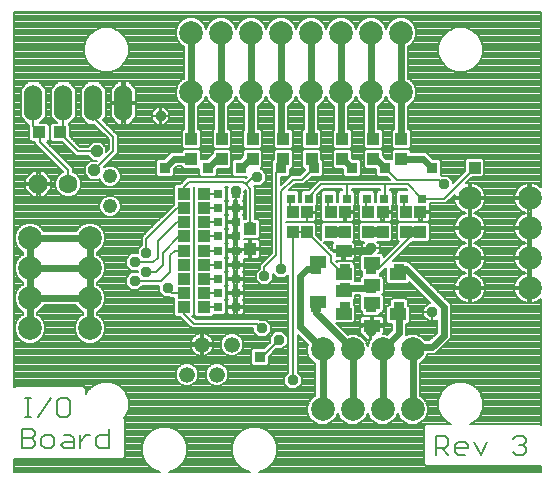
<source format=gbr>
G75*
G70*
%OFA0B0*%
%FSLAX24Y24*%
%IPPOS*%
%LPD*%
%AMOC8*
5,1,8,0,0,1.08239X$1,22.5*
%
%ADD10C,0.0060*%
%ADD11R,0.0394X0.0433*%
%ADD12C,0.0787*%
%ADD13C,0.0630*%
%ADD14OC8,0.0630*%
%ADD15C,0.0525*%
%ADD16C,0.0480*%
%ADD17O,0.0600X0.1200*%
%ADD18R,0.0551X0.0394*%
%ADD19R,0.0433X0.0394*%
%ADD20R,0.0315X0.0315*%
%ADD21C,0.0240*%
%ADD22C,0.0079*%
%ADD23R,0.0354X0.0354*%
%ADD24C,0.0236*%
%ADD25OC8,0.0354*%
%ADD26R,0.0394X0.0394*%
%ADD27OC8,0.0394*%
D10*
X002288Y004008D02*
X002608Y004008D01*
X002715Y004115D01*
X002715Y004221D01*
X002608Y004328D01*
X002288Y004328D01*
X002608Y004328D02*
X002715Y004435D01*
X002715Y004542D01*
X002608Y004648D01*
X002288Y004648D01*
X002288Y004008D01*
X002932Y004115D02*
X002932Y004328D01*
X003039Y004435D01*
X003252Y004435D01*
X003359Y004328D01*
X003359Y004115D01*
X003252Y004008D01*
X003039Y004008D01*
X002932Y004115D01*
X003577Y004115D02*
X003683Y004008D01*
X004004Y004008D01*
X004004Y004328D01*
X003897Y004435D01*
X003683Y004435D01*
X003683Y004221D02*
X004004Y004221D01*
X004221Y004221D02*
X004435Y004435D01*
X004541Y004435D01*
X004758Y004328D02*
X004758Y004115D01*
X004865Y004008D01*
X005185Y004008D01*
X005185Y004648D01*
X005185Y004435D02*
X004865Y004435D01*
X004758Y004328D01*
X004221Y004435D02*
X004221Y004008D01*
X003683Y004221D02*
X003577Y004115D01*
X003561Y005040D02*
X003774Y005040D01*
X003881Y005147D01*
X003881Y005574D01*
X003774Y005681D01*
X003561Y005681D01*
X003454Y005574D01*
X003454Y005147D01*
X003561Y005040D01*
X003237Y005681D02*
X002810Y005040D01*
X002593Y005040D02*
X002380Y005040D01*
X002487Y005040D02*
X002487Y005681D01*
X002593Y005681D02*
X002380Y005681D01*
X016073Y004421D02*
X016073Y003780D01*
X016073Y003994D02*
X016393Y003994D01*
X016500Y004101D01*
X016500Y004314D01*
X016393Y004421D01*
X016073Y004421D01*
X016286Y003994D02*
X016500Y003780D01*
X016717Y003887D02*
X016717Y004101D01*
X016824Y004207D01*
X017038Y004207D01*
X017144Y004101D01*
X017144Y003994D01*
X016717Y003994D01*
X016717Y003887D02*
X016824Y003780D01*
X017038Y003780D01*
X017362Y004207D02*
X017575Y003780D01*
X017789Y004207D01*
X018651Y004314D02*
X018758Y004421D01*
X018971Y004421D01*
X019078Y004314D01*
X019078Y004207D01*
X018971Y004101D01*
X019078Y003994D01*
X019078Y003887D01*
X018971Y003780D01*
X018758Y003780D01*
X018651Y003887D01*
X018864Y004101D02*
X018971Y004101D01*
D11*
X009895Y010651D03*
X009895Y011320D03*
X011313Y011202D03*
X011785Y011202D03*
X012573Y011202D03*
X013045Y011202D03*
X013832Y011202D03*
X014305Y011202D03*
X015092Y011202D03*
X015565Y011202D03*
X015565Y011872D03*
X015092Y011872D03*
X014305Y011872D03*
X013832Y011872D03*
X013045Y011872D03*
X012573Y011872D03*
X011785Y011872D03*
X011313Y011872D03*
X010998Y013643D03*
X011943Y013643D03*
X011943Y014313D03*
X010998Y014313D03*
X009974Y014313D03*
X008951Y014313D03*
X007927Y014313D03*
X007927Y013643D03*
X008951Y013643D03*
X009974Y013643D03*
X012966Y013643D03*
X013990Y013643D03*
X014935Y013643D03*
X014935Y014313D03*
X013990Y014313D03*
X012966Y014313D03*
D12*
X012922Y015860D03*
X013922Y015860D03*
X014922Y015860D03*
X014922Y017856D03*
X013922Y017856D03*
X012922Y017856D03*
X011922Y017856D03*
X010922Y017856D03*
X009922Y017856D03*
X008922Y017856D03*
X007922Y017856D03*
X007922Y015860D03*
X008922Y015860D03*
X009922Y015860D03*
X010922Y015860D03*
X011922Y015860D03*
X017210Y012337D03*
X017210Y011337D03*
X017210Y010337D03*
X017210Y009337D03*
X019206Y009337D03*
X019206Y010337D03*
X019206Y011337D03*
X019206Y012337D03*
X015302Y007293D03*
X014302Y007293D03*
X013302Y007293D03*
X012302Y007293D03*
X012302Y005297D03*
X013302Y005297D03*
X014302Y005297D03*
X015302Y005297D03*
X004549Y008000D03*
X004549Y009000D03*
X004549Y010000D03*
X004549Y011000D03*
X002553Y011000D03*
X002553Y010000D03*
X002553Y009000D03*
X002553Y008000D03*
D13*
X003831Y012811D03*
D14*
X002831Y012811D03*
D15*
X008284Y007457D03*
X009284Y007457D03*
X008784Y006457D03*
X007784Y006457D03*
D16*
X005219Y012066D03*
X005219Y013066D03*
D17*
X005664Y015508D03*
X004664Y015508D03*
X003664Y015508D03*
X002664Y015508D03*
D18*
X012140Y010198D03*
X013006Y009824D03*
X013006Y009234D03*
X012140Y008860D03*
X013006Y008486D03*
X013951Y008840D03*
X013951Y009431D03*
X013951Y010179D03*
X014817Y009805D03*
X013006Y010572D03*
X014817Y008466D03*
X013951Y008092D03*
D19*
X008340Y008702D03*
X008340Y009175D03*
X007671Y009175D03*
X007671Y008702D03*
X007671Y009647D03*
X007671Y010120D03*
X007671Y010592D03*
X008340Y010592D03*
X008340Y010120D03*
X008340Y009647D03*
X008340Y011065D03*
X008340Y011537D03*
X008340Y012009D03*
X007671Y012009D03*
X007671Y011537D03*
X007671Y011065D03*
X007671Y012482D03*
X008340Y012482D03*
X003537Y014529D03*
X002868Y014529D03*
D20*
X008813Y012482D03*
X009403Y012482D03*
X009403Y012009D03*
X009403Y011537D03*
X009403Y011065D03*
X008813Y011065D03*
X008813Y011537D03*
X008813Y012009D03*
X008813Y010592D03*
X008813Y010120D03*
X008813Y009647D03*
X009403Y009647D03*
X009403Y010120D03*
X009403Y010592D03*
X009403Y009175D03*
X009403Y008702D03*
X008813Y008702D03*
X008813Y009175D03*
X011254Y012324D03*
X011844Y012324D03*
X012514Y012324D03*
X013104Y012324D03*
X013773Y012324D03*
X014364Y012324D03*
X015033Y012324D03*
X015624Y012324D03*
D21*
X014922Y015860D02*
X014922Y017856D01*
X013922Y017856D02*
X013922Y015860D01*
X012922Y015860D02*
X012922Y017870D01*
X012912Y017880D01*
X012922Y017870D02*
X012922Y017856D01*
X011922Y017856D02*
X011922Y015860D01*
X010922Y015860D02*
X010922Y017856D01*
X009922Y017856D02*
X009922Y015860D01*
X008922Y015860D02*
X008922Y017856D01*
X007922Y017856D02*
X007922Y015860D01*
X004549Y011080D02*
X004549Y011000D01*
X002549Y011000D01*
X002553Y011000D01*
X002553Y010996D02*
X002549Y011000D01*
X002553Y010996D02*
X002553Y010000D01*
X004549Y010000D01*
X004549Y011000D01*
X004549Y010000D02*
X004549Y009000D01*
X002553Y009000D01*
X002549Y009000D01*
X002553Y009000D02*
X002553Y008000D01*
X002553Y009000D02*
X002553Y010000D01*
X002549Y010000D01*
X004549Y009000D02*
X004549Y008000D01*
X015302Y005297D02*
X015302Y005293D01*
D22*
X002032Y003627D02*
X002032Y003201D01*
X006877Y003201D01*
X006605Y003314D01*
X006391Y003527D01*
X006276Y003806D01*
X006276Y004108D01*
X006391Y004386D01*
X006605Y004600D01*
X006883Y004715D01*
X007185Y004715D01*
X007463Y004600D01*
X007677Y004386D01*
X007792Y004108D01*
X007792Y003806D01*
X007677Y003527D01*
X007463Y003314D01*
X007191Y003201D01*
X009877Y003201D01*
X009605Y003314D01*
X009391Y003527D01*
X009276Y003806D01*
X009276Y004108D01*
X009391Y004386D01*
X009605Y004600D01*
X009883Y004715D01*
X010185Y004715D01*
X010463Y004600D01*
X010677Y004386D01*
X010792Y004108D01*
X010792Y003806D01*
X010677Y003527D01*
X010463Y003314D01*
X010191Y003201D01*
X019570Y003201D01*
X019570Y003421D01*
X019548Y003399D01*
X015761Y003399D01*
X015691Y003468D01*
X015691Y004733D01*
X015761Y004802D01*
X016572Y004802D01*
X016480Y004840D01*
X016269Y005050D01*
X016155Y005325D01*
X016155Y005623D01*
X016269Y005898D01*
X016480Y006108D01*
X016754Y006222D01*
X017052Y006222D01*
X017327Y006108D01*
X017537Y005898D01*
X017651Y005623D01*
X017651Y005325D01*
X017537Y005050D01*
X019570Y005050D01*
X019570Y005127D02*
X017569Y005127D01*
X017537Y005050D02*
X017327Y004840D01*
X017235Y004802D01*
X019548Y004802D01*
X019570Y004780D01*
X019570Y008977D01*
X019496Y008904D01*
X019308Y008826D01*
X019245Y008826D01*
X019245Y009298D01*
X019167Y009298D01*
X019167Y008826D01*
X019104Y008826D01*
X018916Y008904D01*
X018772Y009048D01*
X018694Y009236D01*
X018694Y009298D01*
X019167Y009298D01*
X019167Y009377D01*
X019167Y009849D01*
X019167Y010298D01*
X019245Y010298D01*
X019245Y009849D01*
X019245Y009377D01*
X019167Y009377D01*
X018694Y009377D01*
X018694Y009439D01*
X018772Y009627D01*
X018916Y009771D01*
X019076Y009837D01*
X018916Y009904D01*
X018772Y010048D01*
X018694Y010236D01*
X018694Y010298D01*
X019167Y010298D01*
X019167Y010377D01*
X019167Y010826D01*
X019167Y011298D01*
X019245Y011298D01*
X019245Y010826D01*
X019245Y010377D01*
X019167Y010377D01*
X018694Y010377D01*
X018694Y010439D01*
X018772Y010627D01*
X018916Y010771D01*
X019076Y010837D01*
X018916Y010904D01*
X018772Y011048D01*
X018694Y011236D01*
X018694Y011298D01*
X019167Y011298D01*
X019167Y011377D01*
X019167Y011849D01*
X019167Y012298D01*
X019245Y012298D01*
X019245Y011849D01*
X019245Y011377D01*
X019167Y011377D01*
X018694Y011377D01*
X018694Y011439D01*
X018772Y011627D01*
X018916Y011771D01*
X019076Y011837D01*
X018916Y011904D01*
X018772Y012048D01*
X018694Y012236D01*
X018694Y012298D01*
X019167Y012298D01*
X019167Y012377D01*
X019167Y012849D01*
X019104Y012849D01*
X018916Y012771D01*
X018772Y012627D01*
X018694Y012439D01*
X018694Y012377D01*
X019167Y012377D01*
X019245Y012377D01*
X019245Y012849D01*
X019308Y012849D01*
X019496Y012771D01*
X019570Y012697D01*
X019570Y018534D01*
X002032Y018534D01*
X002032Y006026D01*
X002068Y006062D01*
X004351Y006062D01*
X004420Y005992D01*
X004420Y005806D01*
X004458Y005898D01*
X004669Y006108D01*
X004943Y006222D01*
X005241Y006222D01*
X005516Y006108D01*
X005726Y005898D01*
X005840Y005623D01*
X005840Y005325D01*
X005726Y005050D01*
X011851Y005050D01*
X011868Y005007D02*
X012012Y004863D01*
X012200Y004785D01*
X012404Y004785D01*
X012592Y004863D01*
X012736Y005007D01*
X012802Y005167D01*
X012868Y005007D01*
X013012Y004863D01*
X013200Y004785D01*
X013404Y004785D01*
X013592Y004863D01*
X013736Y005007D01*
X013802Y005167D01*
X013868Y005007D01*
X014012Y004863D01*
X014200Y004785D01*
X014404Y004785D01*
X014592Y004863D01*
X014736Y005007D01*
X014802Y005167D01*
X014868Y005007D01*
X015012Y004863D01*
X015200Y004785D01*
X015404Y004785D01*
X015592Y004863D01*
X015736Y005007D01*
X015814Y005195D01*
X015814Y005399D01*
X015736Y005587D01*
X015592Y005731D01*
X015538Y005753D01*
X015538Y006837D01*
X015592Y006859D01*
X015736Y007003D01*
X015788Y007128D01*
X016056Y007128D01*
X016195Y007266D01*
X016588Y007660D01*
X016588Y007855D01*
X016588Y008800D01*
X016450Y008939D01*
X015190Y010198D01*
X015141Y010198D01*
X015082Y010257D01*
X014665Y010257D01*
X015276Y010868D01*
X015338Y010868D01*
X015810Y010868D01*
X015880Y010937D01*
X015880Y011468D01*
X015810Y011537D01*
X015880Y011606D01*
X015880Y011832D01*
X015604Y011832D01*
X015604Y011537D01*
X015810Y011537D01*
X015338Y011537D01*
X014846Y011537D01*
X015319Y011537D01*
X015525Y011537D01*
X015525Y011832D01*
X015604Y011832D01*
X015604Y011911D01*
X015880Y011911D01*
X015880Y012098D01*
X015899Y012118D01*
X015899Y012167D01*
X016287Y012167D01*
X016417Y012167D01*
X016704Y012454D01*
X016698Y012439D01*
X016698Y012377D01*
X017171Y012377D01*
X017171Y012849D01*
X017108Y012849D01*
X017094Y012843D01*
X017283Y013033D01*
X017621Y013033D01*
X017691Y013102D01*
X017691Y013594D01*
X017621Y013663D01*
X017130Y013663D01*
X017061Y013594D01*
X017061Y013256D01*
X016647Y012842D01*
X016647Y012919D01*
X016474Y013092D01*
X016280Y013092D01*
X016260Y013112D01*
X016243Y013112D01*
X016254Y013122D01*
X016254Y013574D01*
X016184Y013643D01*
X015997Y013643D01*
X015761Y013879D01*
X015565Y013879D01*
X015250Y013879D01*
X015250Y013909D01*
X015181Y013978D01*
X014689Y013978D01*
X015181Y013978D01*
X015250Y014047D01*
X015250Y014578D01*
X015181Y014647D01*
X015158Y014647D01*
X015158Y015403D01*
X015212Y015426D01*
X015356Y015570D01*
X015434Y015758D01*
X015434Y015961D01*
X015356Y016149D01*
X015212Y016293D01*
X015160Y016315D01*
X015160Y017400D01*
X015212Y017422D01*
X015356Y017566D01*
X015434Y017754D01*
X015434Y017957D01*
X015356Y018145D01*
X015212Y018289D01*
X015024Y018367D01*
X014820Y018367D01*
X014632Y018289D01*
X014488Y018145D01*
X014422Y017986D01*
X014356Y018145D01*
X014212Y018289D01*
X014024Y018367D01*
X013820Y018367D01*
X013632Y018289D01*
X013488Y018145D01*
X013422Y017986D01*
X013356Y018145D01*
X013212Y018289D01*
X013024Y018367D01*
X012820Y018367D01*
X012632Y018289D01*
X012488Y018145D01*
X012422Y017986D01*
X012356Y018145D01*
X012212Y018289D01*
X012024Y018367D01*
X011820Y018367D01*
X011632Y018289D01*
X011488Y018145D01*
X011422Y017986D01*
X011356Y018145D01*
X011212Y018289D01*
X011024Y018367D01*
X010820Y018367D01*
X010632Y018289D01*
X010488Y018145D01*
X010422Y017986D01*
X010356Y018145D01*
X010212Y018289D01*
X010024Y018367D01*
X009820Y018367D01*
X009632Y018289D01*
X009488Y018145D01*
X009422Y017986D01*
X009356Y018145D01*
X009212Y018289D01*
X009024Y018367D01*
X008820Y018367D01*
X008632Y018289D01*
X008488Y018145D01*
X008422Y017986D01*
X008356Y018145D01*
X008212Y018289D01*
X008024Y018367D01*
X007820Y018367D01*
X007632Y018289D01*
X007488Y018145D01*
X007410Y017957D01*
X007410Y017754D01*
X007488Y017566D01*
X007632Y017422D01*
X007684Y017400D01*
X007684Y016315D01*
X007632Y016293D01*
X007488Y016149D01*
X007410Y015961D01*
X007410Y015758D01*
X007488Y015570D01*
X007632Y015426D01*
X007686Y015403D01*
X007686Y014647D01*
X007681Y014647D01*
X007612Y014578D01*
X007612Y014047D01*
X007681Y013978D01*
X007612Y013909D01*
X007612Y013879D01*
X007454Y013879D01*
X007258Y013879D01*
X007022Y013643D01*
X006835Y013643D01*
X006766Y013574D01*
X006766Y013122D01*
X006835Y013053D01*
X007287Y013053D01*
X007356Y013122D01*
X007356Y013309D01*
X007454Y013407D01*
X007612Y013407D01*
X007612Y013378D01*
X007681Y013309D01*
X008173Y013309D01*
X008183Y013319D01*
X008183Y013122D01*
X008252Y013053D01*
X008704Y013053D01*
X008773Y013122D01*
X008773Y013309D01*
X009196Y013309D01*
X009265Y013378D01*
X009265Y013909D01*
X009196Y013978D01*
X008705Y013978D01*
X008636Y013909D01*
X008636Y013840D01*
X008439Y013643D01*
X008252Y013643D01*
X008242Y013633D01*
X008242Y013909D01*
X008173Y013978D01*
X007681Y013978D01*
X008173Y013978D01*
X008242Y014047D01*
X008242Y014578D01*
X008173Y014647D01*
X008158Y014647D01*
X008158Y015403D01*
X008212Y015426D01*
X008356Y015570D01*
X008422Y015729D01*
X008488Y015570D01*
X008632Y015426D01*
X008686Y015403D01*
X008686Y014628D01*
X008636Y014578D01*
X008636Y014047D01*
X008705Y013978D01*
X009196Y013978D01*
X009265Y014047D01*
X009265Y014578D01*
X009196Y014647D01*
X009158Y014647D01*
X009158Y015403D01*
X009212Y015426D01*
X009356Y015570D01*
X009422Y015729D01*
X009488Y015570D01*
X009632Y015426D01*
X009686Y015403D01*
X009686Y014604D01*
X009659Y014578D01*
X009659Y014047D01*
X009728Y013978D01*
X009659Y013909D01*
X009659Y013761D01*
X009542Y013643D01*
X009354Y013643D01*
X009285Y013574D01*
X009285Y013122D01*
X009354Y013053D01*
X009771Y013053D01*
X009738Y013019D01*
X009724Y013033D01*
X009594Y013033D01*
X007783Y013033D01*
X007691Y012941D01*
X007547Y012797D01*
X007406Y012797D01*
X007336Y012728D01*
X007336Y012236D01*
X007336Y012114D01*
X006366Y011143D01*
X006273Y011051D01*
X006273Y010773D01*
X006136Y010636D01*
X006136Y010494D01*
X005915Y010494D01*
X005742Y010321D01*
X005742Y010076D01*
X005915Y009903D01*
X006136Y009903D01*
X006136Y009864D01*
X005915Y009864D01*
X005742Y009691D01*
X005742Y009446D01*
X005915Y009273D01*
X006159Y009273D01*
X006297Y009411D01*
X006844Y009411D01*
X006844Y009210D01*
X007017Y009037D01*
X007212Y009037D01*
X007232Y009017D01*
X007336Y009017D01*
X007336Y008948D01*
X007336Y008457D01*
X007406Y008387D01*
X007547Y008387D01*
X007848Y008086D01*
X007940Y007994D01*
X009994Y007994D01*
X009994Y007871D01*
X010167Y007698D01*
X010411Y007698D01*
X010584Y007871D01*
X010584Y008116D01*
X010411Y008289D01*
X010217Y008289D01*
X010197Y008309D01*
X010066Y008309D01*
X008071Y008309D01*
X007964Y008415D01*
X008006Y008457D01*
X008075Y008387D01*
X008606Y008387D01*
X008645Y008427D01*
X009019Y008427D01*
X009088Y008496D01*
X009088Y008909D01*
X009058Y008939D01*
X009088Y008968D01*
X009088Y009381D01*
X009058Y009411D01*
X009088Y009441D01*
X009088Y009854D01*
X009058Y009883D01*
X009088Y009913D01*
X009088Y010326D01*
X009058Y010356D01*
X009088Y010386D01*
X009088Y010799D01*
X009058Y010828D01*
X009088Y010858D01*
X009088Y011271D01*
X009058Y011301D01*
X009088Y011331D01*
X009088Y011743D01*
X009058Y011773D01*
X009088Y011803D01*
X009088Y012216D01*
X009058Y012246D01*
X009088Y012275D01*
X009088Y012688D01*
X009058Y012718D01*
X009158Y012718D01*
X009128Y012688D01*
X009128Y012683D01*
X009128Y012570D01*
X009128Y012551D01*
X009128Y012438D01*
X009128Y012275D01*
X009158Y012246D01*
X009128Y012216D01*
X009128Y012049D01*
X009364Y012049D01*
X009364Y012265D01*
X009413Y012265D01*
X009413Y012442D01*
X009433Y012442D01*
X009433Y012265D01*
X009443Y012265D01*
X009443Y012049D01*
X009679Y012049D01*
X009679Y012216D01*
X009649Y012246D01*
X009679Y012275D01*
X009679Y012399D01*
X009718Y012438D01*
X009718Y012551D01*
X009679Y012551D01*
X009679Y012570D01*
X009718Y012570D01*
X009718Y012594D01*
X009738Y012574D01*
X009738Y011655D01*
X009679Y011655D01*
X009679Y011743D01*
X009649Y011773D01*
X009679Y011803D01*
X009679Y011970D01*
X009443Y011970D01*
X009443Y012049D01*
X009364Y012049D01*
X009364Y011970D01*
X009443Y011970D01*
X009443Y011813D01*
X009443Y011576D01*
X009364Y011576D01*
X009364Y011498D01*
X009128Y011498D01*
X009128Y011331D01*
X009158Y011301D01*
X009128Y011271D01*
X009128Y011104D01*
X009364Y011104D01*
X009364Y011340D01*
X009364Y011497D01*
X009443Y011497D01*
X009443Y011340D01*
X009443Y011104D01*
X009364Y011104D01*
X009364Y011025D01*
X009443Y011025D01*
X009443Y010868D01*
X009443Y010632D01*
X009364Y010632D01*
X009364Y010868D01*
X009364Y011025D01*
X009128Y011025D01*
X009128Y010858D01*
X009158Y010828D01*
X009128Y010799D01*
X009128Y010631D01*
X009364Y010631D01*
X009364Y010553D01*
X009128Y010553D01*
X009128Y010386D01*
X009158Y010356D01*
X009128Y010326D01*
X009128Y010159D01*
X009364Y010159D01*
X009364Y010395D01*
X009364Y010553D01*
X009443Y010553D01*
X009443Y010631D01*
X009679Y010631D01*
X009679Y010690D01*
X009856Y010690D01*
X009856Y010612D01*
X009580Y010612D01*
X009580Y010553D01*
X009443Y010553D01*
X009443Y010395D01*
X009443Y010159D01*
X009679Y010159D01*
X009679Y010317D01*
X009856Y010317D01*
X009856Y010612D01*
X009935Y010612D01*
X009935Y010690D01*
X010210Y010690D01*
X010210Y010917D01*
X010141Y010986D01*
X010210Y011055D01*
X010210Y011586D01*
X010141Y011655D01*
X010053Y011655D01*
X010053Y012705D01*
X010020Y012738D01*
X010254Y012738D01*
X010427Y012911D01*
X010427Y013155D01*
X010254Y013328D01*
X010240Y013328D01*
X010289Y013378D01*
X010289Y013909D01*
X010220Y013978D01*
X009728Y013978D01*
X010220Y013978D01*
X010289Y014047D01*
X010289Y014578D01*
X010220Y014647D01*
X010158Y014647D01*
X010158Y015403D01*
X010212Y015426D01*
X010356Y015570D01*
X010422Y015729D01*
X010488Y015570D01*
X010632Y015426D01*
X010686Y015403D01*
X010686Y014581D01*
X010683Y014578D01*
X010683Y014047D01*
X010752Y013978D01*
X011244Y013978D01*
X010752Y013978D01*
X010683Y013909D01*
X010683Y013633D01*
X010624Y013574D01*
X010624Y013275D01*
X010604Y013256D01*
X010604Y013125D01*
X010604Y010500D01*
X010210Y010106D01*
X010210Y009986D01*
X010073Y009848D01*
X010073Y009604D01*
X010246Y009431D01*
X010490Y009431D01*
X010663Y009604D01*
X010663Y009801D01*
X010797Y009667D01*
X011041Y009667D01*
X011155Y009781D01*
X011155Y006521D01*
X011017Y006384D01*
X011017Y006139D01*
X011190Y005966D01*
X011435Y005966D01*
X011608Y006139D01*
X011608Y006384D01*
X011470Y006521D01*
X011470Y007791D01*
X011813Y007449D01*
X011790Y007395D01*
X011790Y007191D01*
X011868Y007003D01*
X012012Y006859D01*
X012066Y006837D01*
X012066Y005753D01*
X012012Y005731D01*
X011868Y005587D01*
X011790Y005399D01*
X011790Y005195D01*
X011868Y005007D01*
X011903Y004972D02*
X005712Y004972D01*
X005724Y004960D02*
X005680Y005004D01*
X005726Y005050D01*
X005758Y005127D02*
X011819Y005127D01*
X011790Y005204D02*
X005790Y005204D01*
X005822Y005282D02*
X011790Y005282D01*
X011790Y005359D02*
X005840Y005359D01*
X005840Y005436D02*
X011806Y005436D01*
X011838Y005513D02*
X005840Y005513D01*
X005840Y005591D02*
X011872Y005591D01*
X011949Y005668D02*
X005822Y005668D01*
X005790Y005745D02*
X012047Y005745D01*
X012066Y005823D02*
X005758Y005823D01*
X005724Y005900D02*
X012066Y005900D01*
X012066Y005977D02*
X011446Y005977D01*
X011523Y006054D02*
X012066Y006054D01*
X012066Y006132D02*
X011601Y006132D01*
X011608Y006209D02*
X012066Y006209D01*
X012066Y006286D02*
X011608Y006286D01*
X011608Y006364D02*
X012066Y006364D01*
X012066Y006441D02*
X011551Y006441D01*
X011474Y006518D02*
X012066Y006518D01*
X012066Y006595D02*
X011470Y006595D01*
X011470Y006673D02*
X012066Y006673D01*
X012066Y006750D02*
X011470Y006750D01*
X011470Y006827D02*
X012066Y006827D01*
X011967Y006905D02*
X011470Y006905D01*
X011470Y006982D02*
X011890Y006982D01*
X011845Y007059D02*
X011470Y007059D01*
X011470Y007136D02*
X011813Y007136D01*
X011790Y007214D02*
X011470Y007214D01*
X011470Y007291D02*
X011790Y007291D01*
X011790Y007368D02*
X011470Y007368D01*
X011470Y007446D02*
X011811Y007446D01*
X011739Y007523D02*
X011470Y007523D01*
X011470Y007600D02*
X011661Y007600D01*
X011584Y007677D02*
X011470Y007677D01*
X011470Y007755D02*
X011507Y007755D01*
X011155Y007755D02*
X011103Y007755D01*
X011136Y007722D02*
X010963Y007895D01*
X010718Y007895D01*
X010545Y007722D01*
X010545Y007527D01*
X010362Y007344D01*
X009984Y007344D01*
X009915Y007275D01*
X009915Y006823D01*
X009984Y006754D01*
X010436Y006754D01*
X010506Y006823D01*
X010506Y007043D01*
X010768Y007305D01*
X010963Y007305D01*
X011136Y007478D01*
X011136Y007722D01*
X011136Y007677D02*
X011155Y007677D01*
X011155Y007600D02*
X011136Y007600D01*
X011136Y007523D02*
X011155Y007523D01*
X011155Y007446D02*
X011103Y007446D01*
X011155Y007368D02*
X011026Y007368D01*
X011155Y007291D02*
X010754Y007291D01*
X010677Y007214D02*
X011155Y007214D01*
X011155Y007136D02*
X010599Y007136D01*
X010522Y007059D02*
X011155Y007059D01*
X011155Y006982D02*
X010506Y006982D01*
X010506Y006905D02*
X011155Y006905D01*
X011155Y006827D02*
X010506Y006827D01*
X010289Y007049D02*
X010840Y007600D01*
X010545Y007600D02*
X009637Y007600D01*
X009665Y007533D02*
X009607Y007672D01*
X009500Y007779D01*
X009360Y007837D01*
X009208Y007837D01*
X009068Y007779D01*
X008961Y007672D01*
X008903Y007533D01*
X008903Y007381D01*
X008961Y007241D01*
X009068Y007134D01*
X009208Y007076D01*
X009360Y007076D01*
X009500Y007134D01*
X009607Y007241D01*
X009665Y007381D01*
X009665Y007533D01*
X009665Y007523D02*
X010540Y007523D01*
X010463Y007446D02*
X009665Y007446D01*
X009659Y007368D02*
X010386Y007368D01*
X010545Y007677D02*
X009602Y007677D01*
X009524Y007755D02*
X010111Y007755D01*
X010033Y007832D02*
X009373Y007832D01*
X009195Y007832D02*
X008373Y007832D01*
X008360Y007837D02*
X008323Y007837D01*
X008323Y007496D01*
X008245Y007496D01*
X008245Y007837D01*
X008208Y007837D01*
X008068Y007779D01*
X007961Y007672D01*
X007903Y007533D01*
X007903Y007496D01*
X008244Y007496D01*
X008244Y007417D01*
X007903Y007417D01*
X007903Y007381D01*
X007961Y007241D01*
X008068Y007134D01*
X008208Y007076D01*
X008245Y007076D01*
X008245Y007417D01*
X008323Y007417D01*
X008323Y007076D01*
X008360Y007076D01*
X008500Y007134D01*
X008607Y007241D01*
X008665Y007381D01*
X008665Y007417D01*
X008324Y007417D01*
X008324Y007496D01*
X008665Y007496D01*
X008665Y007533D01*
X008607Y007672D01*
X008500Y007779D01*
X008360Y007837D01*
X008323Y007832D02*
X008245Y007832D01*
X008195Y007832D02*
X005033Y007832D01*
X005061Y007898D02*
X004983Y007710D01*
X004839Y007566D01*
X004651Y007489D01*
X004447Y007489D01*
X004259Y007566D01*
X004115Y007710D01*
X004037Y007898D01*
X004037Y008102D01*
X004115Y008290D01*
X004259Y008434D01*
X004311Y008456D01*
X004311Y008545D01*
X004259Y008566D01*
X004115Y008710D01*
X004094Y008762D01*
X003009Y008762D01*
X002987Y008710D01*
X002843Y008566D01*
X002791Y008545D01*
X002791Y008456D01*
X002843Y008434D01*
X002987Y008290D01*
X003065Y008102D01*
X003065Y007898D01*
X002987Y007710D01*
X002843Y007566D01*
X002655Y007489D01*
X002451Y007489D01*
X002263Y007566D01*
X002119Y007710D01*
X002041Y007898D01*
X002041Y008102D01*
X002119Y008290D01*
X002263Y008434D01*
X002315Y008456D01*
X002315Y008545D01*
X002263Y008566D01*
X002119Y008710D01*
X002041Y008898D01*
X002041Y009102D01*
X002119Y009290D01*
X002263Y009434D01*
X002315Y009456D01*
X002315Y009545D01*
X002263Y009566D01*
X002119Y009710D01*
X002041Y009898D01*
X002041Y010102D01*
X002119Y010290D01*
X002263Y010434D01*
X002315Y010456D01*
X002315Y010545D01*
X002263Y010566D01*
X002119Y010710D01*
X002041Y010898D01*
X002041Y011102D01*
X002119Y011290D01*
X002263Y011434D01*
X002451Y011512D01*
X002655Y011512D01*
X002843Y011434D01*
X002987Y011290D01*
X003009Y011238D01*
X004094Y011238D01*
X004115Y011290D01*
X004259Y011434D01*
X004447Y011512D01*
X004651Y011512D01*
X004839Y011434D01*
X004983Y011290D01*
X005061Y011102D01*
X005061Y010898D01*
X004983Y010710D01*
X004839Y010566D01*
X004787Y010545D01*
X004787Y010456D01*
X004839Y010434D01*
X004983Y010290D01*
X005061Y010102D01*
X005061Y009898D01*
X004983Y009710D01*
X004839Y009566D01*
X004787Y009545D01*
X004787Y009456D01*
X004839Y009434D01*
X004983Y009290D01*
X005061Y009102D01*
X005061Y008898D01*
X004983Y008710D01*
X004839Y008566D01*
X004787Y008545D01*
X004787Y008456D01*
X004839Y008434D01*
X004983Y008290D01*
X005061Y008102D01*
X005061Y007898D01*
X005061Y007909D02*
X009994Y007909D01*
X009994Y007986D02*
X005061Y007986D01*
X005061Y008064D02*
X007870Y008064D01*
X007793Y008141D02*
X005045Y008141D01*
X005013Y008218D02*
X007716Y008218D01*
X007639Y008296D02*
X004978Y008296D01*
X004900Y008373D02*
X007561Y008373D01*
X007691Y008466D02*
X007691Y008702D01*
X007671Y008702D01*
X007691Y008466D02*
X008006Y008151D01*
X010132Y008151D01*
X010289Y007994D01*
X010584Y007986D02*
X011155Y007986D01*
X011155Y007909D02*
X010584Y007909D01*
X010545Y007832D02*
X010655Y007832D01*
X010577Y007755D02*
X010468Y007755D01*
X010584Y008064D02*
X011155Y008064D01*
X011155Y008141D02*
X010559Y008141D01*
X010482Y008218D02*
X011155Y008218D01*
X011155Y008296D02*
X010210Y008296D01*
X009679Y008496D02*
X009679Y008663D01*
X009443Y008663D01*
X009443Y008742D01*
X009679Y008742D01*
X009679Y008909D01*
X009649Y008939D01*
X009679Y008968D01*
X009679Y009135D01*
X009443Y009135D01*
X009443Y009214D01*
X009679Y009214D01*
X009679Y009381D01*
X009649Y009411D01*
X009679Y009441D01*
X009679Y009608D01*
X009443Y009608D01*
X009443Y009686D01*
X009679Y009686D01*
X009679Y009854D01*
X009649Y009883D01*
X009679Y009913D01*
X009679Y010080D01*
X009443Y010080D01*
X009443Y010159D01*
X009364Y010159D01*
X009364Y010080D01*
X009443Y010080D01*
X009443Y009923D01*
X009443Y009687D01*
X009364Y009687D01*
X009364Y009923D01*
X009364Y010080D01*
X009128Y010080D01*
X009128Y009913D01*
X009158Y009883D01*
X009128Y009854D01*
X009128Y009686D01*
X009364Y009686D01*
X009364Y009608D01*
X009128Y009608D01*
X009128Y009441D01*
X009158Y009411D01*
X009128Y009381D01*
X009128Y009214D01*
X009364Y009214D01*
X009364Y009135D01*
X009443Y009135D01*
X009443Y008978D01*
X009443Y008742D01*
X009364Y008742D01*
X009364Y008978D01*
X009364Y009135D01*
X009128Y009135D01*
X009128Y008968D01*
X009158Y008939D01*
X009128Y008909D01*
X009128Y008742D01*
X009364Y008742D01*
X009364Y008663D01*
X009443Y008663D01*
X009443Y008427D01*
X009610Y008427D01*
X009679Y008496D01*
X009679Y008527D02*
X011155Y008527D01*
X011155Y008450D02*
X009633Y008450D01*
X009679Y008605D02*
X011155Y008605D01*
X011155Y008682D02*
X009443Y008682D01*
X009443Y008605D02*
X009364Y008605D01*
X009364Y008663D02*
X009364Y008427D01*
X009197Y008427D01*
X009128Y008496D01*
X009128Y008663D01*
X009364Y008663D01*
X009364Y008682D02*
X009088Y008682D01*
X009088Y008605D02*
X009128Y008605D01*
X009128Y008527D02*
X009088Y008527D01*
X009043Y008450D02*
X009173Y008450D01*
X009364Y008450D02*
X009443Y008450D01*
X009443Y008527D02*
X009364Y008527D01*
X009364Y008759D02*
X009443Y008759D01*
X009443Y008837D02*
X009364Y008837D01*
X009364Y008914D02*
X009443Y008914D01*
X009443Y008991D02*
X009364Y008991D01*
X009364Y009068D02*
X009443Y009068D01*
X009443Y009146D02*
X011155Y009146D01*
X011155Y009223D02*
X009679Y009223D01*
X009679Y009300D02*
X011155Y009300D01*
X011155Y009378D02*
X009679Y009378D01*
X009679Y009455D02*
X010221Y009455D01*
X010144Y009532D02*
X009679Y009532D01*
X009679Y009687D02*
X010073Y009687D01*
X010073Y009764D02*
X009679Y009764D01*
X009679Y009841D02*
X010073Y009841D01*
X010143Y009919D02*
X009679Y009919D01*
X009679Y009996D02*
X010210Y009996D01*
X010210Y010073D02*
X009679Y010073D01*
X009679Y010228D02*
X010332Y010228D01*
X010409Y010305D02*
X009679Y010305D01*
X009856Y010382D02*
X009935Y010382D01*
X009935Y010317D02*
X010141Y010317D01*
X010210Y010386D01*
X010210Y010612D01*
X009935Y010612D01*
X009935Y010317D01*
X009935Y010460D02*
X009856Y010460D01*
X009856Y010537D02*
X009935Y010537D01*
X009935Y010614D02*
X010604Y010614D01*
X010604Y010537D02*
X010210Y010537D01*
X010210Y010460D02*
X010564Y010460D01*
X010487Y010382D02*
X010207Y010382D01*
X010255Y010150D02*
X009443Y010150D01*
X009443Y010073D02*
X009364Y010073D01*
X009364Y009996D02*
X009443Y009996D01*
X009443Y009919D02*
X009364Y009919D01*
X009364Y009841D02*
X009443Y009841D01*
X009443Y009764D02*
X009364Y009764D01*
X009364Y009687D02*
X009443Y009687D01*
X009443Y009609D02*
X010073Y009609D01*
X010368Y009726D02*
X010368Y010041D01*
X010762Y010435D01*
X010762Y013191D01*
X010919Y013348D01*
X010624Y013319D02*
X010263Y013319D01*
X010289Y013396D02*
X010624Y013396D01*
X010624Y013474D02*
X010289Y013474D01*
X010289Y013551D02*
X010624Y013551D01*
X010678Y013628D02*
X010289Y013628D01*
X010289Y013705D02*
X010683Y013705D01*
X010683Y013783D02*
X010289Y013783D01*
X010289Y013860D02*
X010683Y013860D01*
X010711Y013937D02*
X010261Y013937D01*
X010257Y014015D02*
X010715Y014015D01*
X010683Y014092D02*
X010289Y014092D01*
X010289Y014169D02*
X010683Y014169D01*
X010683Y014246D02*
X010289Y014246D01*
X010289Y014324D02*
X010683Y014324D01*
X010683Y014401D02*
X010289Y014401D01*
X010289Y014478D02*
X010683Y014478D01*
X010683Y014556D02*
X010289Y014556D01*
X010234Y014633D02*
X010686Y014633D01*
X010686Y014710D02*
X010158Y014710D01*
X010158Y014787D02*
X010686Y014787D01*
X010686Y014865D02*
X010158Y014865D01*
X010158Y014942D02*
X010686Y014942D01*
X010686Y015019D02*
X010158Y015019D01*
X010158Y015097D02*
X010686Y015097D01*
X010686Y015174D02*
X010158Y015174D01*
X010158Y015251D02*
X010686Y015251D01*
X010686Y015328D02*
X010158Y015328D01*
X010164Y015406D02*
X010680Y015406D01*
X010574Y015483D02*
X010269Y015483D01*
X010346Y015560D02*
X010497Y015560D01*
X010460Y015638D02*
X010384Y015638D01*
X010416Y015715D02*
X010428Y015715D01*
X011158Y015403D02*
X011212Y015426D01*
X011356Y015570D01*
X011422Y015729D01*
X011488Y015570D01*
X011632Y015426D01*
X011686Y015403D01*
X011686Y014636D01*
X011628Y014578D01*
X011628Y014047D01*
X011697Y013978D01*
X011628Y013909D01*
X011628Y013378D01*
X011697Y013309D01*
X011726Y013309D01*
X011726Y013275D01*
X011562Y013112D01*
X011248Y013112D01*
X011155Y013020D01*
X010919Y012783D01*
X010919Y013053D01*
X011145Y013053D01*
X011214Y013122D01*
X011214Y013309D01*
X011244Y013309D01*
X011313Y013378D01*
X011313Y013909D01*
X011244Y013978D01*
X011313Y014047D01*
X011313Y014578D01*
X011244Y014647D01*
X011158Y014647D01*
X011158Y015403D01*
X011164Y015406D02*
X011680Y015406D01*
X011686Y015328D02*
X011158Y015328D01*
X011158Y015251D02*
X011686Y015251D01*
X011686Y015174D02*
X011158Y015174D01*
X011158Y015097D02*
X011686Y015097D01*
X011686Y015019D02*
X011158Y015019D01*
X011158Y014942D02*
X011686Y014942D01*
X011686Y014865D02*
X011158Y014865D01*
X011158Y014787D02*
X011686Y014787D01*
X011686Y014710D02*
X011158Y014710D01*
X011258Y014633D02*
X011683Y014633D01*
X011628Y014556D02*
X011313Y014556D01*
X011313Y014478D02*
X011628Y014478D01*
X011628Y014401D02*
X011313Y014401D01*
X011313Y014324D02*
X011628Y014324D01*
X011628Y014246D02*
X011313Y014246D01*
X011313Y014169D02*
X011628Y014169D01*
X011628Y014092D02*
X011313Y014092D01*
X011280Y014015D02*
X011660Y014015D01*
X011697Y013978D02*
X012188Y013978D01*
X011697Y013978D01*
X011656Y013937D02*
X011284Y013937D01*
X011313Y013860D02*
X011628Y013860D01*
X011628Y013783D02*
X011313Y013783D01*
X011313Y013705D02*
X011628Y013705D01*
X011628Y013628D02*
X011313Y013628D01*
X011313Y013551D02*
X011628Y013551D01*
X011628Y013474D02*
X011313Y013474D01*
X011313Y013396D02*
X011628Y013396D01*
X011686Y013319D02*
X011254Y013319D01*
X011214Y013242D02*
X011692Y013242D01*
X011615Y013164D02*
X011214Y013164D01*
X011223Y013087D02*
X011180Y013087D01*
X011146Y013010D02*
X010919Y013010D01*
X010919Y012933D02*
X011068Y012933D01*
X010991Y012855D02*
X010919Y012855D01*
X010919Y012561D02*
X011313Y012954D01*
X011628Y012954D01*
X012021Y013348D01*
X012317Y013319D02*
X012710Y013319D01*
X012721Y013309D02*
X012986Y013309D01*
X012986Y013122D01*
X013055Y013053D01*
X013507Y013053D01*
X013576Y013122D01*
X013576Y013574D01*
X013507Y013643D01*
X013320Y013643D01*
X013281Y013682D01*
X013281Y013909D01*
X013212Y013978D01*
X013281Y014047D01*
X013281Y014578D01*
X013212Y014647D01*
X013158Y014647D01*
X013158Y015403D01*
X013212Y015426D01*
X013356Y015570D01*
X013422Y015729D01*
X013488Y015570D01*
X013632Y015426D01*
X013686Y015403D01*
X013686Y014589D01*
X013675Y014578D01*
X013675Y014047D01*
X013744Y013978D01*
X013675Y013909D01*
X013675Y013378D01*
X013744Y013309D01*
X014088Y013309D01*
X014088Y013122D01*
X014158Y013053D01*
X014456Y013053D01*
X014555Y012954D01*
X014318Y012954D01*
X013059Y012954D01*
X012323Y012954D01*
X012192Y012954D01*
X011838Y012600D01*
X011638Y012600D01*
X011569Y012531D01*
X011569Y012206D01*
X011559Y012206D01*
X011529Y012206D01*
X011529Y012531D01*
X011460Y012600D01*
X011181Y012600D01*
X011378Y012797D01*
X011562Y012797D01*
X011693Y012797D01*
X011949Y013053D01*
X012247Y013053D01*
X012317Y013122D01*
X012317Y013574D01*
X012258Y013633D01*
X012258Y013909D01*
X012188Y013978D01*
X012258Y014047D01*
X012258Y014578D01*
X012188Y014647D01*
X012158Y014647D01*
X012158Y015403D01*
X012212Y015426D01*
X012356Y015570D01*
X012422Y015729D01*
X012488Y015570D01*
X012632Y015426D01*
X012686Y015403D01*
X012686Y014612D01*
X012651Y014578D01*
X012651Y014047D01*
X012721Y013978D01*
X012651Y013909D01*
X012651Y013378D01*
X012721Y013309D01*
X012651Y013396D02*
X012317Y013396D01*
X012317Y013474D02*
X012651Y013474D01*
X012651Y013551D02*
X012317Y013551D01*
X012263Y013628D02*
X012651Y013628D01*
X012651Y013705D02*
X012258Y013705D01*
X012258Y013783D02*
X012651Y013783D01*
X012651Y013860D02*
X012258Y013860D01*
X012229Y013937D02*
X012680Y013937D01*
X012721Y013978D02*
X013212Y013978D01*
X012721Y013978D01*
X012684Y014015D02*
X012225Y014015D01*
X012258Y014092D02*
X012651Y014092D01*
X012651Y014169D02*
X012258Y014169D01*
X012258Y014246D02*
X012651Y014246D01*
X012651Y014324D02*
X012258Y014324D01*
X012258Y014401D02*
X012651Y014401D01*
X012651Y014478D02*
X012258Y014478D01*
X012258Y014556D02*
X012651Y014556D01*
X012686Y014633D02*
X012203Y014633D01*
X012158Y014710D02*
X012686Y014710D01*
X012686Y014787D02*
X012158Y014787D01*
X012158Y014865D02*
X012686Y014865D01*
X012686Y014942D02*
X012158Y014942D01*
X012158Y015019D02*
X012686Y015019D01*
X012686Y015097D02*
X012158Y015097D01*
X012158Y015174D02*
X012686Y015174D01*
X012686Y015251D02*
X012158Y015251D01*
X012158Y015328D02*
X012686Y015328D01*
X012680Y015406D02*
X012164Y015406D01*
X012269Y015483D02*
X012574Y015483D01*
X012497Y015560D02*
X012346Y015560D01*
X012384Y015638D02*
X012460Y015638D01*
X012428Y015715D02*
X012416Y015715D01*
X013164Y015406D02*
X013680Y015406D01*
X013686Y015328D02*
X013158Y015328D01*
X013158Y015251D02*
X013686Y015251D01*
X013686Y015174D02*
X013158Y015174D01*
X013158Y015097D02*
X013686Y015097D01*
X013686Y015019D02*
X013158Y015019D01*
X013158Y014942D02*
X013686Y014942D01*
X013686Y014865D02*
X013158Y014865D01*
X013158Y014787D02*
X013686Y014787D01*
X013686Y014710D02*
X013158Y014710D01*
X013226Y014633D02*
X013686Y014633D01*
X013675Y014556D02*
X013281Y014556D01*
X013281Y014478D02*
X013675Y014478D01*
X013675Y014401D02*
X013281Y014401D01*
X013281Y014324D02*
X013675Y014324D01*
X013675Y014246D02*
X013281Y014246D01*
X013281Y014169D02*
X013675Y014169D01*
X013675Y014092D02*
X013281Y014092D01*
X013249Y014015D02*
X013707Y014015D01*
X013744Y013978D02*
X014236Y013978D01*
X014305Y013909D01*
X014305Y013761D01*
X014422Y013643D01*
X014610Y013643D01*
X014620Y013633D01*
X014620Y013909D01*
X014689Y013978D01*
X014620Y014047D01*
X014620Y014578D01*
X014686Y014644D01*
X014686Y015403D01*
X014632Y015426D01*
X014488Y015570D01*
X014422Y015729D01*
X014356Y015570D01*
X014212Y015426D01*
X014158Y015403D01*
X014158Y014647D01*
X014236Y014647D01*
X014305Y014578D01*
X014305Y014047D01*
X014236Y013978D01*
X013744Y013978D01*
X013704Y013937D02*
X013253Y013937D01*
X013281Y013860D02*
X013675Y013860D01*
X013675Y013783D02*
X013281Y013783D01*
X013281Y013705D02*
X013675Y013705D01*
X013675Y013628D02*
X013522Y013628D01*
X013576Y013551D02*
X013675Y013551D01*
X013675Y013474D02*
X013576Y013474D01*
X013576Y013396D02*
X013675Y013396D01*
X013734Y013319D02*
X013576Y013319D01*
X013576Y013242D02*
X014088Y013242D01*
X014088Y013164D02*
X013576Y013164D01*
X013542Y013087D02*
X014123Y013087D01*
X014384Y013348D02*
X014777Y012954D01*
X016195Y012954D01*
X016352Y012797D01*
X016557Y013010D02*
X016815Y013010D01*
X016892Y013087D02*
X016479Y013087D01*
X016634Y012933D02*
X016738Y012933D01*
X016660Y012855D02*
X016647Y012855D01*
X016970Y013164D02*
X016254Y013164D01*
X016254Y013242D02*
X017047Y013242D01*
X017061Y013319D02*
X016254Y013319D01*
X016254Y013396D02*
X017061Y013396D01*
X017061Y013474D02*
X016254Y013474D01*
X016254Y013551D02*
X017061Y013551D01*
X017095Y013628D02*
X016200Y013628D01*
X015935Y013705D02*
X019570Y013705D01*
X019570Y013628D02*
X017656Y013628D01*
X017691Y013551D02*
X019570Y013551D01*
X019570Y013474D02*
X017691Y013474D01*
X017691Y013396D02*
X019570Y013396D01*
X019570Y013319D02*
X017691Y013319D01*
X017691Y013242D02*
X019570Y013242D01*
X019570Y013164D02*
X017691Y013164D01*
X017676Y013087D02*
X019570Y013087D01*
X019570Y013010D02*
X017260Y013010D01*
X017183Y012933D02*
X019570Y012933D01*
X019570Y012855D02*
X017106Y012855D01*
X017171Y012778D02*
X017249Y012778D01*
X017249Y012849D02*
X017249Y012377D01*
X017171Y012377D01*
X017171Y012298D01*
X017249Y012298D01*
X017249Y011849D01*
X017249Y011377D01*
X017171Y011377D01*
X017171Y011849D01*
X017171Y012298D01*
X016698Y012298D01*
X016698Y012236D01*
X016776Y012048D01*
X016920Y011904D01*
X017080Y011837D01*
X016920Y011771D01*
X016776Y011627D01*
X016698Y011439D01*
X016698Y011377D01*
X017171Y011377D01*
X017171Y011298D01*
X017249Y011298D01*
X017249Y010826D01*
X017249Y010377D01*
X017171Y010377D01*
X017171Y010826D01*
X017171Y011298D01*
X016698Y011298D01*
X016698Y011236D01*
X016776Y011048D01*
X016920Y010904D01*
X017080Y010837D01*
X016920Y010771D01*
X016776Y010627D01*
X016698Y010439D01*
X016698Y010377D01*
X017171Y010377D01*
X017171Y010298D01*
X017249Y010298D01*
X017249Y009849D01*
X017249Y009377D01*
X017171Y009377D01*
X017171Y009849D01*
X017171Y010298D01*
X016698Y010298D01*
X016698Y010236D01*
X016776Y010048D01*
X016920Y009904D01*
X017080Y009837D01*
X016920Y009771D01*
X016776Y009627D01*
X016698Y009439D01*
X016698Y009377D01*
X017171Y009377D01*
X017171Y009298D01*
X017249Y009298D01*
X017249Y008826D01*
X017312Y008826D01*
X017500Y008904D01*
X017644Y009048D01*
X017722Y009236D01*
X017722Y009298D01*
X017250Y009298D01*
X017250Y009377D01*
X017722Y009377D01*
X017722Y009439D01*
X017644Y009627D01*
X017500Y009771D01*
X017340Y009837D01*
X017500Y009904D01*
X017644Y010048D01*
X017722Y010236D01*
X017722Y010298D01*
X017250Y010298D01*
X017250Y010377D01*
X017722Y010377D01*
X017722Y010439D01*
X017644Y010627D01*
X017500Y010771D01*
X017340Y010837D01*
X017500Y010904D01*
X017644Y011048D01*
X017722Y011236D01*
X017722Y011298D01*
X017250Y011298D01*
X017250Y011377D01*
X017722Y011377D01*
X017722Y011439D01*
X017644Y011627D01*
X017500Y011771D01*
X017340Y011837D01*
X017500Y011904D01*
X017644Y012048D01*
X017722Y012236D01*
X017722Y012298D01*
X017250Y012298D01*
X017250Y012377D01*
X017722Y012377D01*
X017722Y012439D01*
X017644Y012627D01*
X017500Y012771D01*
X017312Y012849D01*
X017249Y012849D01*
X017249Y012701D02*
X017171Y012701D01*
X017171Y012624D02*
X017249Y012624D01*
X017249Y012546D02*
X017171Y012546D01*
X017171Y012469D02*
X017249Y012469D01*
X017249Y012392D02*
X017171Y012392D01*
X017171Y012314D02*
X016565Y012314D01*
X016487Y012237D02*
X016698Y012237D01*
X016730Y012160D02*
X015899Y012160D01*
X015880Y012083D02*
X016762Y012083D01*
X016819Y012005D02*
X015880Y012005D01*
X015880Y011928D02*
X016896Y011928D01*
X016925Y011773D02*
X015880Y011773D01*
X015880Y011696D02*
X016845Y011696D01*
X016773Y011619D02*
X015880Y011619D01*
X015815Y011542D02*
X016741Y011542D01*
X016709Y011464D02*
X015880Y011464D01*
X015880Y011387D02*
X016698Y011387D01*
X016700Y011232D02*
X015880Y011232D01*
X015880Y011155D02*
X016732Y011155D01*
X016764Y011078D02*
X015880Y011078D01*
X015880Y011001D02*
X016823Y011001D01*
X016900Y010923D02*
X015866Y010923D01*
X015565Y011202D02*
X015545Y011222D01*
X015329Y011222D01*
X015329Y011143D01*
X014147Y009962D01*
X013911Y009962D01*
X013990Y010198D01*
X013970Y010198D01*
X013951Y010179D01*
X013557Y010150D02*
X013340Y010150D01*
X013340Y010129D02*
X013340Y010188D01*
X013271Y010257D01*
X012819Y010257D01*
X012778Y010216D01*
X012736Y010257D01*
X012966Y010257D01*
X012966Y010533D01*
X012677Y010533D01*
X012638Y010572D01*
X012342Y010868D01*
X012662Y010868D01*
X012612Y010818D01*
X012612Y010612D01*
X012966Y010612D01*
X012966Y010533D01*
X013045Y010533D01*
X013045Y010257D01*
X013330Y010257D01*
X013399Y010327D01*
X013399Y010533D01*
X013045Y010533D01*
X013045Y010612D01*
X013399Y010612D01*
X013399Y010818D01*
X013330Y010887D01*
X013310Y010887D01*
X013360Y010937D01*
X013360Y011468D01*
X013291Y011537D01*
X013360Y011606D01*
X013360Y011832D01*
X013085Y011832D01*
X013085Y011911D01*
X013360Y011911D01*
X013360Y012098D01*
X013380Y012118D01*
X013380Y012531D01*
X013310Y012600D01*
X013281Y012600D01*
X013281Y012639D01*
X014226Y012639D01*
X014226Y012600D01*
X014158Y012600D01*
X014088Y012531D01*
X014088Y012206D01*
X014078Y012206D01*
X014049Y012206D01*
X014049Y012531D01*
X013980Y012600D01*
X013567Y012600D01*
X013498Y012531D01*
X013498Y012118D01*
X013517Y012098D01*
X013517Y011606D01*
X013587Y011537D01*
X014078Y011537D01*
X014266Y011537D01*
X014266Y011832D01*
X014344Y011832D01*
X014344Y011537D01*
X014551Y011537D01*
X014620Y011606D01*
X014620Y011832D01*
X014344Y011832D01*
X014344Y011911D01*
X014620Y011911D01*
X014620Y012098D01*
X014639Y012118D01*
X014639Y012531D01*
X014570Y012600D01*
X014541Y012600D01*
X014541Y012639D01*
X015086Y012639D01*
X015126Y012600D01*
X014827Y012600D01*
X014758Y012531D01*
X014758Y012118D01*
X014777Y012098D01*
X014777Y011606D01*
X014846Y011537D01*
X014777Y011468D01*
X014777Y010937D01*
X014838Y010876D01*
X014344Y010382D01*
X014345Y010382D01*
X014344Y010382D02*
X014344Y010424D01*
X014275Y010494D01*
X014151Y010494D01*
X014206Y010549D01*
X014206Y010661D01*
X013921Y010661D01*
X013921Y010681D01*
X014206Y010681D01*
X014206Y010793D01*
X014132Y010868D01*
X014551Y010868D01*
X014620Y010937D01*
X014620Y011468D01*
X014551Y011537D01*
X014078Y011537D01*
X013587Y011537D01*
X013517Y011468D01*
X013517Y010937D01*
X013587Y010868D01*
X013691Y010868D01*
X013616Y010793D01*
X013616Y010681D01*
X013901Y010681D01*
X013901Y010661D01*
X013616Y010661D01*
X013616Y010549D01*
X013671Y010494D01*
X013626Y010494D01*
X013557Y010424D01*
X013557Y009933D01*
X013616Y009874D01*
X013616Y009736D01*
X013616Y009736D01*
X013557Y009676D01*
X013557Y009568D01*
X013389Y009568D01*
X013399Y009579D01*
X013399Y010070D01*
X013340Y010129D01*
X013396Y010073D02*
X013557Y010073D01*
X013557Y009996D02*
X013399Y009996D01*
X013399Y009919D02*
X013571Y009919D01*
X013616Y009841D02*
X013399Y009841D01*
X013399Y009764D02*
X013616Y009764D01*
X013567Y009687D02*
X013399Y009687D01*
X013399Y009609D02*
X013557Y009609D01*
X013951Y009431D02*
X013990Y009391D01*
X013911Y009332D01*
X013567Y009096D02*
X013557Y009086D01*
X013557Y008594D01*
X013616Y008535D01*
X013616Y008476D01*
X013685Y008407D01*
X014137Y008407D01*
X014206Y008476D01*
X014206Y008525D01*
X014275Y008525D01*
X014344Y008594D01*
X014344Y009086D01*
X014295Y009135D01*
X014344Y009185D01*
X014344Y009676D01*
X014275Y009746D01*
X014206Y009746D01*
X014206Y009805D01*
X014213Y009805D01*
X014272Y009864D01*
X014275Y009864D01*
X014344Y009933D01*
X014344Y009936D01*
X014423Y010015D01*
X014423Y009559D01*
X014492Y009490D01*
X015141Y009490D01*
X015186Y009535D01*
X015880Y008840D01*
X015836Y008840D01*
X015663Y008667D01*
X015663Y008555D01*
X015948Y008555D01*
X015948Y008535D01*
X015663Y008535D01*
X015663Y008423D01*
X015836Y008250D01*
X015949Y008250D01*
X015949Y008535D01*
X015968Y008535D01*
X015968Y008250D01*
X016081Y008250D01*
X016116Y008285D01*
X016116Y007855D01*
X015861Y007600D01*
X015719Y007600D01*
X015592Y007727D01*
X015404Y007805D01*
X015200Y007805D01*
X015092Y007760D01*
X015092Y008151D01*
X015141Y008151D01*
X015210Y008220D01*
X015210Y008712D01*
X015151Y008771D01*
X015151Y008928D01*
X015082Y008998D01*
X014630Y008998D01*
X014561Y008928D01*
X014561Y008781D01*
X014492Y008781D01*
X014423Y008712D01*
X014423Y008220D01*
X014492Y008151D01*
X014620Y008151D01*
X014620Y007945D01*
X014458Y007783D01*
X014404Y007805D01*
X014303Y007805D01*
X014344Y007846D01*
X014344Y008053D01*
X014191Y008053D01*
X014112Y008131D01*
X014344Y008131D01*
X014344Y008338D01*
X014275Y008407D01*
X013990Y008407D01*
X013990Y008210D01*
X013921Y008210D01*
X013921Y008132D01*
X013911Y008132D01*
X013911Y008407D01*
X013626Y008407D01*
X013557Y008338D01*
X013557Y008131D01*
X013710Y008131D01*
X013631Y008053D01*
X013557Y008053D01*
X013557Y007846D01*
X013626Y007777D01*
X013631Y007777D01*
X013789Y007620D01*
X013901Y007620D01*
X013901Y007777D01*
X013911Y007777D01*
X013911Y007905D01*
X013921Y007905D01*
X013921Y007636D01*
X013868Y007583D01*
X013802Y007423D01*
X013736Y007583D01*
X013592Y007727D01*
X013404Y007805D01*
X013200Y007805D01*
X013147Y007783D01*
X012759Y008171D01*
X013330Y008171D01*
X013399Y008240D01*
X013399Y008732D01*
X013340Y008791D01*
X013340Y008928D01*
X013340Y008929D01*
X013399Y008988D01*
X013399Y009096D01*
X013567Y009096D01*
X013557Y009068D02*
X013399Y009068D01*
X013399Y008991D02*
X013557Y008991D01*
X013557Y008914D02*
X013340Y008914D01*
X013340Y008837D02*
X013557Y008837D01*
X013557Y008759D02*
X013372Y008759D01*
X013399Y008682D02*
X013557Y008682D01*
X013557Y008605D02*
X013399Y008605D01*
X013399Y008527D02*
X013616Y008527D01*
X013642Y008450D02*
X013399Y008450D01*
X013399Y008373D02*
X013592Y008373D01*
X013557Y008296D02*
X013399Y008296D01*
X013378Y008218D02*
X013557Y008218D01*
X013557Y008141D02*
X012788Y008141D01*
X012866Y008064D02*
X013642Y008064D01*
X013557Y007986D02*
X012943Y007986D01*
X013020Y007909D02*
X013557Y007909D01*
X013571Y007832D02*
X013097Y007832D01*
X013526Y007755D02*
X013654Y007755D01*
X013642Y007677D02*
X013731Y007677D01*
X013719Y007600D02*
X013885Y007600D01*
X013901Y007677D02*
X013921Y007677D01*
X013921Y007755D02*
X013901Y007755D01*
X013911Y007832D02*
X013921Y007832D01*
X013911Y008141D02*
X013921Y008141D01*
X013911Y008218D02*
X013990Y008218D01*
X013990Y008296D02*
X013911Y008296D01*
X013911Y008373D02*
X013990Y008373D01*
X014180Y008450D02*
X014423Y008450D01*
X014423Y008373D02*
X014309Y008373D01*
X014344Y008296D02*
X014423Y008296D01*
X014425Y008218D02*
X014344Y008218D01*
X014344Y008141D02*
X014620Y008141D01*
X014620Y008064D02*
X014180Y008064D01*
X014344Y007986D02*
X014620Y007986D01*
X014584Y007909D02*
X014344Y007909D01*
X014330Y007832D02*
X014507Y007832D01*
X015092Y007832D02*
X016093Y007832D01*
X016116Y007909D02*
X015092Y007909D01*
X015092Y007986D02*
X016116Y007986D01*
X016116Y008064D02*
X015092Y008064D01*
X015092Y008141D02*
X016116Y008141D01*
X016116Y008218D02*
X015208Y008218D01*
X015210Y008296D02*
X015790Y008296D01*
X015713Y008373D02*
X015210Y008373D01*
X015210Y008450D02*
X015663Y008450D01*
X015663Y008527D02*
X015210Y008527D01*
X015210Y008605D02*
X015663Y008605D01*
X015678Y008682D02*
X015210Y008682D01*
X015163Y008759D02*
X015755Y008759D01*
X015833Y008837D02*
X015151Y008837D01*
X015151Y008914D02*
X015807Y008914D01*
X015729Y008991D02*
X015089Y008991D01*
X015420Y009300D02*
X014344Y009300D01*
X014344Y009223D02*
X015497Y009223D01*
X015575Y009146D02*
X014305Y009146D01*
X014344Y009068D02*
X015652Y009068D01*
X015343Y009378D02*
X014344Y009378D01*
X014344Y009455D02*
X015266Y009455D01*
X015188Y009532D02*
X015184Y009532D01*
X015624Y009764D02*
X016913Y009764D01*
X016836Y009687D02*
X015702Y009687D01*
X015779Y009609D02*
X016769Y009609D01*
X016737Y009532D02*
X015856Y009532D01*
X015934Y009455D02*
X016705Y009455D01*
X016698Y009378D02*
X016011Y009378D01*
X016088Y009300D02*
X017171Y009300D01*
X017171Y009298D02*
X016698Y009298D01*
X016698Y009236D01*
X016776Y009048D01*
X016920Y008904D01*
X017108Y008826D01*
X017171Y008826D01*
X017171Y009298D01*
X017171Y009223D02*
X017249Y009223D01*
X017249Y009146D02*
X017171Y009146D01*
X017171Y009068D02*
X017249Y009068D01*
X017249Y008991D02*
X017171Y008991D01*
X017171Y008914D02*
X017249Y008914D01*
X017249Y008837D02*
X017171Y008837D01*
X017082Y008837D02*
X016552Y008837D01*
X016588Y008759D02*
X019570Y008759D01*
X019570Y008682D02*
X016588Y008682D01*
X016588Y008605D02*
X019570Y008605D01*
X019570Y008527D02*
X016588Y008527D01*
X016588Y008450D02*
X019570Y008450D01*
X019570Y008373D02*
X016588Y008373D01*
X016588Y008296D02*
X019570Y008296D01*
X019570Y008218D02*
X016588Y008218D01*
X016588Y008141D02*
X019570Y008141D01*
X019570Y008064D02*
X016588Y008064D01*
X016588Y007986D02*
X019570Y007986D01*
X019570Y007909D02*
X016588Y007909D01*
X016588Y007832D02*
X019570Y007832D01*
X019570Y007755D02*
X016588Y007755D01*
X016588Y007677D02*
X019570Y007677D01*
X019570Y007600D02*
X016529Y007600D01*
X016451Y007523D02*
X019570Y007523D01*
X019570Y007446D02*
X016374Y007446D01*
X016297Y007368D02*
X019570Y007368D01*
X019570Y007291D02*
X016220Y007291D01*
X016142Y007214D02*
X019570Y007214D01*
X019570Y007136D02*
X016065Y007136D01*
X015759Y007059D02*
X019570Y007059D01*
X019570Y006982D02*
X015715Y006982D01*
X015637Y006905D02*
X019570Y006905D01*
X019570Y006827D02*
X015538Y006827D01*
X015538Y006750D02*
X019570Y006750D01*
X019570Y006673D02*
X015538Y006673D01*
X015538Y006595D02*
X019570Y006595D01*
X019570Y006518D02*
X015538Y006518D01*
X015538Y006441D02*
X019570Y006441D01*
X019570Y006364D02*
X015538Y006364D01*
X015538Y006286D02*
X019570Y006286D01*
X019570Y006209D02*
X017084Y006209D01*
X017270Y006132D02*
X019570Y006132D01*
X019570Y006054D02*
X017381Y006054D01*
X017458Y005977D02*
X019570Y005977D01*
X019570Y005900D02*
X017535Y005900D01*
X017569Y005823D02*
X019570Y005823D01*
X019570Y005745D02*
X017601Y005745D01*
X017633Y005668D02*
X019570Y005668D01*
X019570Y005591D02*
X017651Y005591D01*
X017651Y005513D02*
X019570Y005513D01*
X019570Y005436D02*
X017651Y005436D01*
X017651Y005359D02*
X019570Y005359D01*
X019570Y005282D02*
X017633Y005282D01*
X017601Y005204D02*
X019570Y005204D01*
X019570Y004972D02*
X017460Y004972D01*
X017382Y004895D02*
X019570Y004895D01*
X019570Y004818D02*
X017274Y004818D01*
X016533Y004818D02*
X015482Y004818D01*
X015624Y004895D02*
X016424Y004895D01*
X016347Y004972D02*
X015701Y004972D01*
X015754Y005050D02*
X016270Y005050D01*
X016237Y005127D02*
X015786Y005127D01*
X015814Y005204D02*
X016205Y005204D01*
X016173Y005282D02*
X015814Y005282D01*
X015814Y005359D02*
X016155Y005359D01*
X016155Y005436D02*
X015799Y005436D01*
X015767Y005513D02*
X016155Y005513D01*
X016155Y005591D02*
X015732Y005591D01*
X015655Y005668D02*
X016174Y005668D01*
X016206Y005745D02*
X015558Y005745D01*
X015538Y005823D02*
X016238Y005823D01*
X016271Y005900D02*
X015538Y005900D01*
X015538Y005977D02*
X016349Y005977D01*
X016426Y006054D02*
X015538Y006054D01*
X015538Y006132D02*
X016536Y006132D01*
X016723Y006209D02*
X015538Y006209D01*
X014819Y005127D02*
X014786Y005127D01*
X014754Y005050D02*
X014851Y005050D01*
X014903Y004972D02*
X014701Y004972D01*
X014624Y004895D02*
X014980Y004895D01*
X015122Y004818D02*
X014482Y004818D01*
X014122Y004818D02*
X013482Y004818D01*
X013624Y004895D02*
X013980Y004895D01*
X013903Y004972D02*
X013701Y004972D01*
X013754Y005050D02*
X013851Y005050D01*
X013819Y005127D02*
X013786Y005127D01*
X013122Y004818D02*
X012482Y004818D01*
X012624Y004895D02*
X012980Y004895D01*
X012903Y004972D02*
X012701Y004972D01*
X012754Y005050D02*
X012851Y005050D01*
X012819Y005127D02*
X012786Y005127D01*
X012122Y004818D02*
X005724Y004818D01*
X005724Y004895D02*
X011980Y004895D01*
X010722Y004277D02*
X015691Y004277D01*
X015691Y004354D02*
X010690Y004354D01*
X010631Y004431D02*
X015691Y004431D01*
X015691Y004509D02*
X010554Y004509D01*
X010477Y004586D02*
X015691Y004586D01*
X015691Y004663D02*
X010309Y004663D01*
X009759Y004663D02*
X007309Y004663D01*
X007477Y004586D02*
X009591Y004586D01*
X009514Y004509D02*
X007554Y004509D01*
X007631Y004431D02*
X009436Y004431D01*
X009378Y004354D02*
X007690Y004354D01*
X007722Y004277D02*
X009346Y004277D01*
X009314Y004200D02*
X007754Y004200D01*
X007786Y004122D02*
X009282Y004122D01*
X009276Y004045D02*
X007792Y004045D01*
X007792Y003968D02*
X009276Y003968D01*
X009276Y003890D02*
X007792Y003890D01*
X007792Y003813D02*
X009276Y003813D01*
X009305Y003736D02*
X007763Y003736D01*
X007731Y003659D02*
X009337Y003659D01*
X009369Y003581D02*
X007699Y003581D01*
X007653Y003504D02*
X009415Y003504D01*
X009492Y003427D02*
X007576Y003427D01*
X007499Y003349D02*
X009569Y003349D01*
X009706Y003272D02*
X007362Y003272D01*
X006706Y003272D02*
X002032Y003272D01*
X002032Y003349D02*
X006569Y003349D01*
X006492Y003427D02*
X002032Y003427D01*
X002032Y003504D02*
X006415Y003504D01*
X006369Y003581D02*
X002032Y003581D01*
X002032Y003627D02*
X005655Y003627D01*
X005724Y003696D01*
X005724Y004960D01*
X005724Y004741D02*
X015699Y004741D01*
X015691Y004200D02*
X010754Y004200D01*
X010786Y004122D02*
X015691Y004122D01*
X015691Y004045D02*
X010792Y004045D01*
X010792Y003968D02*
X015691Y003968D01*
X015691Y003890D02*
X010792Y003890D01*
X010792Y003813D02*
X015691Y003813D01*
X015691Y003736D02*
X010763Y003736D01*
X010731Y003659D02*
X015691Y003659D01*
X015691Y003581D02*
X010699Y003581D01*
X010653Y003504D02*
X015691Y003504D01*
X015733Y003427D02*
X010576Y003427D01*
X010499Y003349D02*
X019570Y003349D01*
X019570Y003272D02*
X010362Y003272D01*
X006759Y004663D02*
X005724Y004663D01*
X005724Y004586D02*
X006591Y004586D01*
X006514Y004509D02*
X005724Y004509D01*
X005724Y004431D02*
X006436Y004431D01*
X006378Y004354D02*
X005724Y004354D01*
X005724Y004277D02*
X006346Y004277D01*
X006314Y004200D02*
X005724Y004200D01*
X005724Y004122D02*
X006282Y004122D01*
X006276Y004045D02*
X005724Y004045D01*
X005724Y003968D02*
X006276Y003968D01*
X006276Y003890D02*
X005724Y003890D01*
X005724Y003813D02*
X006276Y003813D01*
X006305Y003736D02*
X005724Y003736D01*
X005687Y003659D02*
X006337Y003659D01*
X004427Y005823D02*
X004420Y005823D01*
X004420Y005900D02*
X004460Y005900D01*
X004420Y005977D02*
X004538Y005977D01*
X004615Y006054D02*
X004358Y006054D01*
X004725Y006132D02*
X002032Y006132D01*
X002032Y006209D02*
X004912Y006209D01*
X005273Y006209D02*
X007494Y006209D01*
X007461Y006241D02*
X007568Y006134D01*
X007708Y006076D01*
X007860Y006076D01*
X008000Y006134D01*
X008107Y006241D01*
X008165Y006381D01*
X008165Y006533D01*
X008107Y006672D01*
X008000Y006779D01*
X007860Y006837D01*
X007708Y006837D01*
X007568Y006779D01*
X007461Y006672D01*
X007403Y006533D01*
X007403Y006381D01*
X007461Y006241D01*
X007443Y006286D02*
X002032Y006286D01*
X002032Y006364D02*
X007411Y006364D01*
X007403Y006441D02*
X002032Y006441D01*
X002032Y006518D02*
X007403Y006518D01*
X007429Y006595D02*
X002032Y006595D01*
X002032Y006673D02*
X007462Y006673D01*
X007539Y006750D02*
X002032Y006750D01*
X002032Y006827D02*
X007684Y006827D01*
X007884Y006827D02*
X008684Y006827D01*
X008708Y006837D02*
X008568Y006779D01*
X008461Y006672D01*
X008403Y006533D01*
X008403Y006381D01*
X008461Y006241D01*
X008568Y006134D01*
X008708Y006076D01*
X008860Y006076D01*
X009000Y006134D01*
X009107Y006241D01*
X009165Y006381D01*
X009165Y006533D01*
X009107Y006672D01*
X009000Y006779D01*
X008860Y006837D01*
X008708Y006837D01*
X008884Y006827D02*
X009915Y006827D01*
X009915Y006905D02*
X002032Y006905D01*
X002032Y006982D02*
X009915Y006982D01*
X009915Y007059D02*
X002032Y007059D01*
X002032Y007136D02*
X008066Y007136D01*
X007989Y007214D02*
X002032Y007214D01*
X002032Y007291D02*
X007941Y007291D01*
X007909Y007368D02*
X002032Y007368D01*
X002032Y007446D02*
X008244Y007446D01*
X008245Y007523D02*
X008323Y007523D01*
X008323Y007600D02*
X008245Y007600D01*
X008245Y007677D02*
X008323Y007677D01*
X008323Y007755D02*
X008245Y007755D01*
X008044Y007755D02*
X005001Y007755D01*
X004950Y007677D02*
X007966Y007677D01*
X007931Y007600D02*
X004873Y007600D01*
X004734Y007523D02*
X007903Y007523D01*
X008245Y007368D02*
X008323Y007368D01*
X008323Y007291D02*
X008245Y007291D01*
X008245Y007214D02*
X008323Y007214D01*
X008323Y007136D02*
X008245Y007136D01*
X008502Y007136D02*
X009066Y007136D01*
X008989Y007214D02*
X008579Y007214D01*
X008627Y007291D02*
X008941Y007291D01*
X008909Y007368D02*
X008659Y007368D01*
X008665Y007523D02*
X008903Y007523D01*
X008903Y007446D02*
X008324Y007446D01*
X008637Y007600D02*
X008931Y007600D01*
X008966Y007677D02*
X008602Y007677D01*
X008524Y007755D02*
X009044Y007755D01*
X009627Y007291D02*
X009931Y007291D01*
X009915Y007214D02*
X009579Y007214D01*
X009502Y007136D02*
X009915Y007136D01*
X010210Y007049D02*
X010289Y007049D01*
X011155Y006750D02*
X009029Y006750D01*
X009106Y006673D02*
X011155Y006673D01*
X011155Y006595D02*
X009139Y006595D01*
X009165Y006518D02*
X011152Y006518D01*
X011075Y006441D02*
X009165Y006441D01*
X009157Y006364D02*
X011017Y006364D01*
X011017Y006286D02*
X009125Y006286D01*
X009074Y006209D02*
X011017Y006209D01*
X011025Y006132D02*
X008994Y006132D01*
X008574Y006132D02*
X007994Y006132D01*
X008074Y006209D02*
X008494Y006209D01*
X008443Y006286D02*
X008125Y006286D01*
X008157Y006364D02*
X008411Y006364D01*
X008403Y006441D02*
X008165Y006441D01*
X008165Y006518D02*
X008403Y006518D01*
X008429Y006595D02*
X008139Y006595D01*
X008106Y006673D02*
X008462Y006673D01*
X008539Y006750D02*
X008029Y006750D01*
X007574Y006132D02*
X005459Y006132D01*
X005570Y006054D02*
X011102Y006054D01*
X011179Y005977D02*
X005647Y005977D01*
X004365Y007523D02*
X002738Y007523D01*
X002877Y007600D02*
X004226Y007600D01*
X004148Y007677D02*
X002954Y007677D01*
X003005Y007755D02*
X004097Y007755D01*
X004065Y007832D02*
X003037Y007832D01*
X003065Y007909D02*
X004037Y007909D01*
X004037Y007986D02*
X003065Y007986D01*
X003065Y008064D02*
X004037Y008064D01*
X004054Y008141D02*
X003049Y008141D01*
X003017Y008218D02*
X004086Y008218D01*
X004121Y008296D02*
X002982Y008296D01*
X002904Y008373D02*
X004198Y008373D01*
X004298Y008450D02*
X002804Y008450D01*
X002791Y008527D02*
X004311Y008527D01*
X004221Y008605D02*
X002881Y008605D01*
X002959Y008682D02*
X004144Y008682D01*
X004095Y008759D02*
X003007Y008759D01*
X002315Y008527D02*
X002032Y008527D01*
X002032Y008450D02*
X002302Y008450D01*
X002202Y008373D02*
X002032Y008373D01*
X002032Y008296D02*
X002125Y008296D01*
X002090Y008218D02*
X002032Y008218D01*
X002032Y008141D02*
X002058Y008141D01*
X002041Y008064D02*
X002032Y008064D01*
X002032Y007986D02*
X002041Y007986D01*
X002032Y007909D02*
X002041Y007909D01*
X002032Y007832D02*
X002069Y007832D01*
X002101Y007755D02*
X002032Y007755D01*
X002032Y007677D02*
X002152Y007677D01*
X002230Y007600D02*
X002032Y007600D01*
X002032Y007523D02*
X002369Y007523D01*
X002225Y008605D02*
X002032Y008605D01*
X002032Y008682D02*
X002148Y008682D01*
X002099Y008759D02*
X002032Y008759D01*
X002032Y008837D02*
X002067Y008837D01*
X002041Y008914D02*
X002032Y008914D01*
X002032Y008991D02*
X002041Y008991D01*
X002032Y009068D02*
X002041Y009068D01*
X002032Y009146D02*
X002060Y009146D01*
X002032Y009223D02*
X002092Y009223D01*
X002129Y009300D02*
X002032Y009300D01*
X002032Y009378D02*
X002207Y009378D01*
X002313Y009455D02*
X002032Y009455D01*
X002032Y009532D02*
X002315Y009532D01*
X002220Y009609D02*
X002032Y009609D01*
X002032Y009687D02*
X002143Y009687D01*
X002097Y009764D02*
X002032Y009764D01*
X002032Y009841D02*
X002065Y009841D01*
X002041Y009919D02*
X002032Y009919D01*
X002032Y009996D02*
X002041Y009996D01*
X002032Y010073D02*
X002041Y010073D01*
X002032Y010150D02*
X002061Y010150D01*
X002032Y010228D02*
X002093Y010228D01*
X002134Y010305D02*
X002032Y010305D01*
X002032Y010382D02*
X002211Y010382D01*
X002315Y010460D02*
X002032Y010460D01*
X002032Y010537D02*
X002315Y010537D01*
X002216Y010614D02*
X002032Y010614D01*
X002032Y010691D02*
X002138Y010691D01*
X002095Y010769D02*
X002032Y010769D01*
X002032Y010846D02*
X002063Y010846D01*
X002041Y010923D02*
X002032Y010923D01*
X002032Y011001D02*
X002041Y011001D01*
X002032Y011078D02*
X002041Y011078D01*
X002032Y011155D02*
X002063Y011155D01*
X002032Y011232D02*
X002095Y011232D01*
X002139Y011310D02*
X002032Y011310D01*
X002032Y011387D02*
X002216Y011387D01*
X002336Y011464D02*
X002032Y011464D01*
X002032Y011542D02*
X006764Y011542D01*
X006841Y011619D02*
X002032Y011619D01*
X002032Y011696D02*
X006918Y011696D01*
X006996Y011773D02*
X005433Y011773D01*
X005422Y011763D02*
X005523Y011863D01*
X005577Y011995D01*
X005577Y012137D01*
X005523Y012269D01*
X005422Y012370D01*
X005290Y012424D01*
X005148Y012424D01*
X005016Y012370D01*
X004916Y012269D01*
X004861Y012137D01*
X004861Y011995D01*
X004916Y011863D01*
X005016Y011763D01*
X005148Y011708D01*
X005290Y011708D01*
X005422Y011763D01*
X005510Y011851D02*
X007073Y011851D01*
X007150Y011928D02*
X005549Y011928D01*
X005577Y012005D02*
X007228Y012005D01*
X007305Y012083D02*
X005577Y012083D01*
X005568Y012160D02*
X007336Y012160D01*
X007336Y012237D02*
X005536Y012237D01*
X005477Y012314D02*
X007336Y012314D01*
X007336Y012392D02*
X005369Y012392D01*
X005069Y012392D02*
X003949Y012392D01*
X003917Y012378D02*
X004076Y012444D01*
X004198Y012566D01*
X004264Y012725D01*
X004264Y012898D01*
X004198Y013057D01*
X004076Y013179D01*
X003990Y013214D01*
X003990Y013334D01*
X003898Y013427D01*
X003110Y014214D01*
X003133Y014214D01*
X003202Y014283D01*
X003202Y014775D01*
X003133Y014844D01*
X002891Y014844D01*
X003082Y015035D01*
X003082Y015981D01*
X002837Y016226D01*
X002491Y016226D01*
X002246Y015981D01*
X002246Y015035D01*
X002491Y014790D01*
X002506Y014790D01*
X002506Y014688D01*
X002533Y014661D01*
X002533Y014283D01*
X002602Y014214D01*
X002730Y014214D01*
X002730Y014149D01*
X003667Y013212D01*
X003586Y013179D01*
X003464Y013057D01*
X003398Y012898D01*
X003398Y012725D01*
X003464Y012566D01*
X003586Y012444D01*
X003745Y012378D01*
X003917Y012378D01*
X003713Y012392D02*
X003024Y012392D01*
X003010Y012378D02*
X003264Y012632D01*
X003264Y012772D01*
X002871Y012772D01*
X002871Y012851D01*
X003264Y012851D01*
X003264Y012991D01*
X003010Y013244D01*
X002870Y013244D01*
X002870Y012851D01*
X002792Y012851D01*
X002792Y013244D01*
X002652Y013244D01*
X002398Y012991D01*
X002398Y012851D01*
X002791Y012851D01*
X002791Y012772D01*
X002398Y012772D01*
X002398Y012632D01*
X002652Y012378D01*
X002792Y012378D01*
X002792Y012772D01*
X002870Y012772D01*
X002870Y012378D01*
X003010Y012378D01*
X003101Y012469D02*
X003561Y012469D01*
X003484Y012546D02*
X003178Y012546D01*
X003256Y012624D02*
X003440Y012624D01*
X003408Y012701D02*
X003264Y012701D01*
X003264Y012855D02*
X003398Y012855D01*
X003398Y012778D02*
X002871Y012778D01*
X002870Y012701D02*
X002792Y012701D01*
X002791Y012778D02*
X002032Y012778D01*
X002032Y012701D02*
X002398Y012701D01*
X002406Y012624D02*
X002032Y012624D01*
X002032Y012546D02*
X002484Y012546D01*
X002561Y012469D02*
X002032Y012469D01*
X002032Y012392D02*
X002638Y012392D01*
X002792Y012392D02*
X002870Y012392D01*
X002870Y012469D02*
X002792Y012469D01*
X002792Y012546D02*
X002870Y012546D01*
X002870Y012624D02*
X002792Y012624D01*
X002792Y012855D02*
X002870Y012855D01*
X002870Y012933D02*
X002792Y012933D01*
X002792Y013010D02*
X002870Y013010D01*
X002870Y013087D02*
X002792Y013087D01*
X002792Y013164D02*
X002870Y013164D01*
X002870Y013242D02*
X002792Y013242D01*
X002649Y013242D02*
X002032Y013242D01*
X002032Y013319D02*
X003560Y013319D01*
X003637Y013242D02*
X003013Y013242D01*
X003090Y013164D02*
X003572Y013164D01*
X003494Y013087D02*
X003168Y013087D01*
X003245Y013010D02*
X003444Y013010D01*
X003412Y012933D02*
X003264Y012933D01*
X003483Y013396D02*
X002032Y013396D01*
X002032Y013474D02*
X003405Y013474D01*
X003328Y013551D02*
X002032Y013551D01*
X002032Y013628D02*
X003251Y013628D01*
X003174Y013705D02*
X002032Y013705D01*
X002032Y013783D02*
X003096Y013783D01*
X003019Y013860D02*
X002032Y013860D01*
X002032Y013937D02*
X002942Y013937D01*
X002864Y014015D02*
X002032Y014015D01*
X002032Y014092D02*
X002787Y014092D01*
X002730Y014169D02*
X002032Y014169D01*
X002032Y014246D02*
X002570Y014246D01*
X002533Y014324D02*
X002032Y014324D01*
X002032Y014401D02*
X002533Y014401D01*
X002533Y014478D02*
X002032Y014478D01*
X002032Y014556D02*
X002533Y014556D01*
X002533Y014633D02*
X002032Y014633D01*
X002032Y014710D02*
X002506Y014710D01*
X002506Y014787D02*
X002032Y014787D01*
X002032Y014865D02*
X002416Y014865D01*
X002339Y014942D02*
X002032Y014942D01*
X002032Y015019D02*
X002261Y015019D01*
X002246Y015097D02*
X002032Y015097D01*
X002032Y015174D02*
X002246Y015174D01*
X002246Y015251D02*
X002032Y015251D01*
X002032Y015328D02*
X002246Y015328D01*
X002246Y015406D02*
X002032Y015406D01*
X002032Y015483D02*
X002246Y015483D01*
X002246Y015560D02*
X002032Y015560D01*
X002032Y015638D02*
X002246Y015638D01*
X002246Y015715D02*
X002032Y015715D01*
X002032Y015792D02*
X002246Y015792D01*
X002246Y015869D02*
X002032Y015869D01*
X002032Y015947D02*
X002246Y015947D01*
X002289Y016024D02*
X002032Y016024D01*
X002032Y016101D02*
X002366Y016101D01*
X002443Y016179D02*
X002032Y016179D01*
X002032Y016256D02*
X007594Y016256D01*
X007517Y016179D02*
X005885Y016179D01*
X005837Y016226D02*
X005703Y016226D01*
X005703Y015548D01*
X005625Y015548D01*
X005625Y016226D01*
X005491Y016226D01*
X005246Y015981D01*
X005246Y015547D01*
X005624Y015547D01*
X005624Y015469D01*
X005246Y015469D01*
X005246Y015035D01*
X005491Y014790D01*
X005625Y014790D01*
X005625Y015469D01*
X005703Y015469D01*
X005703Y015547D01*
X006082Y015547D01*
X006082Y015981D01*
X005837Y016226D01*
X005703Y016179D02*
X005625Y016179D01*
X005625Y016101D02*
X005703Y016101D01*
X005703Y016024D02*
X005625Y016024D01*
X005625Y015947D02*
X005703Y015947D01*
X005703Y015869D02*
X005625Y015869D01*
X005625Y015792D02*
X005703Y015792D01*
X005703Y015715D02*
X005625Y015715D01*
X005625Y015638D02*
X005703Y015638D01*
X005703Y015560D02*
X005625Y015560D01*
X005624Y015483D02*
X005082Y015483D01*
X005082Y015406D02*
X005246Y015406D01*
X005246Y015328D02*
X005082Y015328D01*
X005082Y015251D02*
X005246Y015251D01*
X005246Y015174D02*
X005082Y015174D01*
X005082Y015097D02*
X005246Y015097D01*
X005261Y015019D02*
X005066Y015019D01*
X005082Y015035D02*
X005082Y015981D01*
X004837Y016226D01*
X004491Y016226D01*
X004246Y015981D01*
X004246Y015035D01*
X004491Y014790D01*
X004687Y014790D01*
X005171Y014306D01*
X005171Y013964D01*
X005092Y013886D01*
X005092Y014030D01*
X004908Y014214D01*
X004647Y014214D01*
X004489Y014057D01*
X004213Y014057D01*
X003872Y014397D01*
X003872Y014775D01*
X003847Y014800D01*
X004082Y015035D01*
X004082Y015981D01*
X003837Y016226D01*
X003491Y016226D01*
X003246Y015981D01*
X003246Y015035D01*
X003437Y014844D01*
X003272Y014844D01*
X003203Y014775D01*
X003203Y014283D01*
X003272Y014214D01*
X003610Y014214D01*
X004082Y013742D01*
X004213Y013742D01*
X004489Y013742D01*
X004647Y013584D01*
X004791Y013584D01*
X004568Y013584D01*
X004384Y013400D01*
X004384Y013139D01*
X004568Y012954D01*
X004829Y012954D01*
X004864Y012989D01*
X004916Y012863D01*
X005016Y012763D01*
X005148Y012708D01*
X005290Y012708D01*
X005422Y012763D01*
X005523Y012863D01*
X005577Y012995D01*
X005577Y013137D01*
X005523Y013269D01*
X005422Y013370D01*
X005290Y013424D01*
X005148Y013424D01*
X005025Y013374D01*
X005394Y013742D01*
X005486Y013834D01*
X005486Y014306D01*
X005486Y014437D01*
X004985Y014938D01*
X005082Y015035D01*
X004989Y014942D02*
X005339Y014942D01*
X005416Y014865D02*
X005058Y014865D01*
X005135Y014787D02*
X006779Y014787D01*
X006781Y014785D02*
X006893Y014785D01*
X006893Y015070D01*
X006913Y015070D01*
X006913Y014785D01*
X007026Y014785D01*
X007199Y014958D01*
X007199Y015070D01*
X006913Y015070D01*
X006913Y015090D01*
X007199Y015090D01*
X007199Y015203D01*
X007026Y015376D01*
X006913Y015376D01*
X006913Y015090D01*
X006893Y015090D01*
X006893Y015070D01*
X006608Y015070D01*
X006608Y014958D01*
X006781Y014785D01*
X006893Y014787D02*
X006913Y014787D01*
X006913Y014865D02*
X006893Y014865D01*
X006893Y014942D02*
X006913Y014942D01*
X006913Y015019D02*
X006893Y015019D01*
X006893Y015090D02*
X006608Y015090D01*
X006608Y015203D01*
X006781Y015376D01*
X006893Y015376D01*
X006893Y015090D01*
X006893Y015097D02*
X006913Y015097D01*
X006913Y015174D02*
X006893Y015174D01*
X006893Y015251D02*
X006913Y015251D01*
X006913Y015328D02*
X006893Y015328D01*
X006734Y015328D02*
X006082Y015328D01*
X006082Y015251D02*
X006657Y015251D01*
X006608Y015174D02*
X006082Y015174D01*
X006082Y015097D02*
X006608Y015097D01*
X006608Y015019D02*
X006066Y015019D01*
X006082Y015035D02*
X006082Y015469D01*
X005703Y015469D01*
X005703Y014790D01*
X005837Y014790D01*
X006082Y015035D01*
X005989Y014942D02*
X006624Y014942D01*
X006701Y014865D02*
X005912Y014865D01*
X005703Y014865D02*
X005625Y014865D01*
X005625Y014942D02*
X005703Y014942D01*
X005703Y015019D02*
X005625Y015019D01*
X005625Y015097D02*
X005703Y015097D01*
X005703Y015174D02*
X005625Y015174D01*
X005625Y015251D02*
X005703Y015251D01*
X005703Y015328D02*
X005625Y015328D01*
X005625Y015406D02*
X005703Y015406D01*
X005703Y015483D02*
X007574Y015483D01*
X007497Y015560D02*
X006082Y015560D01*
X006082Y015638D02*
X007460Y015638D01*
X007428Y015715D02*
X006082Y015715D01*
X006082Y015792D02*
X007410Y015792D01*
X007410Y015869D02*
X006082Y015869D01*
X006082Y015947D02*
X007410Y015947D01*
X007436Y016024D02*
X006039Y016024D01*
X005962Y016101D02*
X007468Y016101D01*
X007684Y016333D02*
X002032Y016333D01*
X002032Y016410D02*
X007684Y016410D01*
X007684Y016488D02*
X002032Y016488D01*
X002032Y016565D02*
X004876Y016565D01*
X004943Y016537D02*
X005241Y016537D01*
X005516Y016651D01*
X005726Y016861D01*
X005840Y017136D01*
X005840Y017434D01*
X005726Y017709D01*
X005516Y017919D01*
X005241Y018033D01*
X004943Y018033D01*
X004669Y017919D01*
X004458Y017709D01*
X004344Y017434D01*
X004344Y017136D01*
X004458Y016861D01*
X004669Y016651D01*
X004943Y016537D01*
X004689Y016642D02*
X002032Y016642D01*
X002032Y016720D02*
X004600Y016720D01*
X004523Y016797D02*
X002032Y016797D01*
X002032Y016874D02*
X004453Y016874D01*
X004421Y016951D02*
X002032Y016951D01*
X002032Y017029D02*
X004389Y017029D01*
X004357Y017106D02*
X002032Y017106D01*
X002032Y017183D02*
X004344Y017183D01*
X004344Y017261D02*
X002032Y017261D01*
X002032Y017338D02*
X004344Y017338D01*
X004344Y017415D02*
X002032Y017415D01*
X002032Y017492D02*
X004369Y017492D01*
X004401Y017570D02*
X002032Y017570D01*
X002032Y017647D02*
X004433Y017647D01*
X004474Y017724D02*
X002032Y017724D01*
X002032Y017801D02*
X004551Y017801D01*
X004628Y017879D02*
X002032Y017879D01*
X002032Y017956D02*
X004758Y017956D01*
X005427Y017956D02*
X007410Y017956D01*
X007410Y017879D02*
X005556Y017879D01*
X005634Y017801D02*
X007410Y017801D01*
X007422Y017724D02*
X005711Y017724D01*
X005752Y017647D02*
X007454Y017647D01*
X007486Y017570D02*
X005784Y017570D01*
X005816Y017492D02*
X007561Y017492D01*
X007648Y017415D02*
X005840Y017415D01*
X005840Y017338D02*
X007684Y017338D01*
X007684Y017261D02*
X005840Y017261D01*
X005840Y017183D02*
X007684Y017183D01*
X007684Y017106D02*
X005828Y017106D01*
X005796Y017029D02*
X007684Y017029D01*
X007684Y016951D02*
X005764Y016951D01*
X005732Y016874D02*
X007684Y016874D01*
X007684Y016797D02*
X005662Y016797D01*
X005585Y016720D02*
X007684Y016720D01*
X007684Y016642D02*
X005495Y016642D01*
X005309Y016565D02*
X007684Y016565D01*
X008416Y015715D02*
X008428Y015715D01*
X008460Y015638D02*
X008384Y015638D01*
X008346Y015560D02*
X008497Y015560D01*
X008574Y015483D02*
X008269Y015483D01*
X008164Y015406D02*
X008680Y015406D01*
X008686Y015328D02*
X008158Y015328D01*
X008158Y015251D02*
X008686Y015251D01*
X008686Y015174D02*
X008158Y015174D01*
X008158Y015097D02*
X008686Y015097D01*
X008686Y015019D02*
X008158Y015019D01*
X008158Y014942D02*
X008686Y014942D01*
X008686Y014865D02*
X008158Y014865D01*
X008158Y014787D02*
X008686Y014787D01*
X008686Y014710D02*
X008158Y014710D01*
X008187Y014633D02*
X008686Y014633D01*
X008636Y014556D02*
X008242Y014556D01*
X008242Y014478D02*
X008636Y014478D01*
X008636Y014401D02*
X008242Y014401D01*
X008242Y014324D02*
X008636Y014324D01*
X008636Y014246D02*
X008242Y014246D01*
X008242Y014169D02*
X008636Y014169D01*
X008636Y014092D02*
X008242Y014092D01*
X008209Y014015D02*
X008668Y014015D01*
X008664Y013937D02*
X008213Y013937D01*
X008242Y013860D02*
X008636Y013860D01*
X008579Y013783D02*
X008242Y013783D01*
X008242Y013705D02*
X008502Y013705D01*
X007641Y013937D02*
X005486Y013937D01*
X005486Y013860D02*
X007239Y013860D01*
X007161Y013783D02*
X005435Y013783D01*
X005357Y013705D02*
X007084Y013705D01*
X006820Y013628D02*
X005280Y013628D01*
X005203Y013551D02*
X006766Y013551D01*
X006766Y013474D02*
X005126Y013474D01*
X005081Y013396D02*
X005048Y013396D01*
X005358Y013396D02*
X006766Y013396D01*
X006766Y013319D02*
X005473Y013319D01*
X005534Y013242D02*
X006766Y013242D01*
X006766Y013164D02*
X005566Y013164D01*
X005577Y013087D02*
X006800Y013087D01*
X007321Y013087D02*
X008218Y013087D01*
X008183Y013164D02*
X007356Y013164D01*
X007356Y013242D02*
X008183Y013242D01*
X007760Y013010D02*
X005577Y013010D01*
X005551Y012933D02*
X007683Y012933D01*
X007605Y012855D02*
X005515Y012855D01*
X005437Y012778D02*
X007387Y012778D01*
X007336Y012701D02*
X004254Y012701D01*
X004264Y012778D02*
X005001Y012778D01*
X004924Y012855D02*
X004264Y012855D01*
X004250Y012933D02*
X004887Y012933D01*
X004513Y013010D02*
X004218Y013010D01*
X004168Y013087D02*
X004435Y013087D01*
X004384Y013164D02*
X004090Y013164D01*
X003990Y013242D02*
X004384Y013242D01*
X004384Y013319D02*
X003990Y013319D01*
X003928Y013396D02*
X004384Y013396D01*
X004458Y013474D02*
X003851Y013474D01*
X003773Y013551D02*
X004535Y013551D01*
X004603Y013628D02*
X003696Y013628D01*
X003619Y013705D02*
X004526Y013705D01*
X004791Y013584D02*
X004791Y013584D01*
X004699Y013269D02*
X005329Y013899D01*
X005329Y014372D01*
X004699Y015002D01*
X004699Y015543D01*
X004664Y015508D01*
X004699Y015543D02*
X004699Y015553D01*
X004246Y015560D02*
X004082Y015560D01*
X004082Y015483D02*
X004246Y015483D01*
X004246Y015406D02*
X004082Y015406D01*
X004082Y015328D02*
X004246Y015328D01*
X004246Y015251D02*
X004082Y015251D01*
X004082Y015174D02*
X004246Y015174D01*
X004246Y015097D02*
X004082Y015097D01*
X004066Y015019D02*
X004261Y015019D01*
X004339Y014942D02*
X003989Y014942D01*
X003912Y014865D02*
X004416Y014865D01*
X004690Y014787D02*
X003859Y014787D01*
X003872Y014710D02*
X004767Y014710D01*
X004845Y014633D02*
X003872Y014633D01*
X003872Y014556D02*
X004922Y014556D01*
X004999Y014478D02*
X003872Y014478D01*
X003872Y014401D02*
X005076Y014401D01*
X005154Y014324D02*
X003946Y014324D01*
X004023Y014246D02*
X005171Y014246D01*
X005171Y014169D02*
X004953Y014169D01*
X005030Y014092D02*
X005171Y014092D01*
X005171Y014015D02*
X005092Y014015D01*
X005092Y013937D02*
X005144Y013937D01*
X005486Y014015D02*
X007644Y014015D01*
X007612Y014092D02*
X005486Y014092D01*
X005486Y014169D02*
X007612Y014169D01*
X007612Y014246D02*
X005486Y014246D01*
X005486Y014324D02*
X007612Y014324D01*
X007612Y014401D02*
X005486Y014401D01*
X005444Y014478D02*
X007612Y014478D01*
X007612Y014556D02*
X005367Y014556D01*
X005290Y014633D02*
X007667Y014633D01*
X007686Y014710D02*
X005213Y014710D01*
X004602Y014169D02*
X004100Y014169D01*
X004177Y014092D02*
X004525Y014092D01*
X004777Y013899D02*
X004147Y013899D01*
X003517Y014529D01*
X003537Y014529D01*
X003596Y014529D01*
X003664Y014597D01*
X003664Y015508D01*
X003246Y015483D02*
X003082Y015483D01*
X003082Y015406D02*
X003246Y015406D01*
X003246Y015328D02*
X003082Y015328D01*
X003082Y015251D02*
X003246Y015251D01*
X003246Y015174D02*
X003082Y015174D01*
X003082Y015097D02*
X003246Y015097D01*
X003261Y015019D02*
X003066Y015019D01*
X002989Y014942D02*
X003339Y014942D01*
X003416Y014865D02*
X002912Y014865D01*
X002664Y014753D02*
X002888Y014529D01*
X002888Y014214D01*
X003832Y013269D01*
X003832Y012810D01*
X003831Y012811D01*
X003832Y012810D02*
X003832Y012797D01*
X004101Y012469D02*
X007336Y012469D01*
X007336Y012546D02*
X004178Y012546D01*
X004222Y012624D02*
X007336Y012624D01*
X007671Y012482D02*
X007691Y012502D01*
X007691Y012718D01*
X007848Y012876D01*
X009659Y012876D01*
X009738Y012797D01*
X009974Y013033D01*
X010132Y013033D01*
X010340Y013242D02*
X010604Y013242D01*
X010604Y013164D02*
X010418Y013164D01*
X010427Y013087D02*
X010604Y013087D01*
X010604Y013010D02*
X010427Y013010D01*
X010427Y012933D02*
X010604Y012933D01*
X010604Y012855D02*
X010371Y012855D01*
X010294Y012778D02*
X010604Y012778D01*
X010604Y012701D02*
X010053Y012701D01*
X010053Y012624D02*
X010604Y012624D01*
X010604Y012546D02*
X010053Y012546D01*
X010053Y012469D02*
X010604Y012469D01*
X010604Y012392D02*
X010053Y012392D01*
X010053Y012314D02*
X010604Y012314D01*
X010604Y012237D02*
X010053Y012237D01*
X010053Y012160D02*
X010604Y012160D01*
X010604Y012083D02*
X010053Y012083D01*
X010053Y012005D02*
X010604Y012005D01*
X010604Y011928D02*
X010053Y011928D01*
X010053Y011851D02*
X010604Y011851D01*
X010604Y011773D02*
X010053Y011773D01*
X010053Y011696D02*
X010604Y011696D01*
X010604Y011619D02*
X010177Y011619D01*
X010210Y011542D02*
X010604Y011542D01*
X010604Y011464D02*
X010210Y011464D01*
X010210Y011387D02*
X010604Y011387D01*
X010604Y011310D02*
X010210Y011310D01*
X010210Y011232D02*
X010604Y011232D01*
X010604Y011155D02*
X010210Y011155D01*
X010210Y011078D02*
X010604Y011078D01*
X010604Y011001D02*
X010156Y011001D01*
X010141Y010986D02*
X009679Y010986D01*
X009679Y010986D01*
X009856Y010986D01*
X009856Y010691D01*
X009935Y010691D01*
X009935Y010986D01*
X010141Y010986D01*
X010204Y010923D02*
X010604Y010923D01*
X010604Y010846D02*
X010210Y010846D01*
X010210Y010769D02*
X010604Y010769D01*
X010604Y010691D02*
X010210Y010691D01*
X009935Y010691D02*
X009856Y010691D01*
X009856Y010614D02*
X009443Y010614D01*
X009443Y010537D02*
X009364Y010537D01*
X009364Y010614D02*
X009088Y010614D01*
X009088Y010537D02*
X009128Y010537D01*
X009128Y010460D02*
X009088Y010460D01*
X009085Y010382D02*
X009131Y010382D01*
X009128Y010305D02*
X009088Y010305D01*
X009088Y010228D02*
X009128Y010228D01*
X009088Y010150D02*
X009364Y010150D01*
X009364Y010228D02*
X009443Y010228D01*
X009443Y010305D02*
X009364Y010305D01*
X009364Y010382D02*
X009443Y010382D01*
X009443Y010460D02*
X009364Y010460D01*
X009364Y010691D02*
X009443Y010691D01*
X009443Y010769D02*
X009364Y010769D01*
X009364Y010846D02*
X009443Y010846D01*
X009443Y010923D02*
X009364Y010923D01*
X009364Y011001D02*
X009443Y011001D01*
X009364Y011078D02*
X009088Y011078D01*
X009088Y011155D02*
X009128Y011155D01*
X009128Y011232D02*
X009088Y011232D01*
X009067Y011310D02*
X009149Y011310D01*
X009128Y011387D02*
X009088Y011387D01*
X009088Y011464D02*
X009128Y011464D01*
X009088Y011542D02*
X009364Y011542D01*
X009364Y011576D02*
X009128Y011576D01*
X009128Y011743D01*
X009158Y011773D01*
X009128Y011803D01*
X009128Y011970D01*
X009364Y011970D01*
X009364Y011813D01*
X009364Y011576D01*
X009364Y011619D02*
X009443Y011619D01*
X009443Y011696D02*
X009364Y011696D01*
X009364Y011773D02*
X009443Y011773D01*
X009443Y011851D02*
X009364Y011851D01*
X009364Y011928D02*
X009443Y011928D01*
X009443Y012005D02*
X009738Y012005D01*
X009738Y011928D02*
X009679Y011928D01*
X009679Y011851D02*
X009738Y011851D01*
X009738Y011773D02*
X009649Y011773D01*
X009679Y011696D02*
X009738Y011696D01*
X009443Y011464D02*
X009364Y011464D01*
X009364Y011387D02*
X009443Y011387D01*
X009443Y011310D02*
X009364Y011310D01*
X009364Y011232D02*
X009443Y011232D01*
X009443Y011155D02*
X009364Y011155D01*
X009128Y011001D02*
X009088Y011001D01*
X009088Y010923D02*
X009128Y010923D01*
X009140Y010846D02*
X009076Y010846D01*
X009088Y010769D02*
X009128Y010769D01*
X009128Y010691D02*
X009088Y010691D01*
X008813Y010592D02*
X008340Y010592D01*
X008321Y010592D01*
X008006Y010614D02*
X008006Y010614D01*
X008006Y010537D02*
X008006Y010537D01*
X008006Y010460D02*
X008006Y010460D01*
X008006Y010382D02*
X008006Y010382D01*
X008006Y010346D02*
X008006Y009893D01*
X008006Y009421D01*
X008006Y008948D01*
X008006Y008457D01*
X008006Y008948D01*
X008006Y009421D01*
X008006Y009893D01*
X008006Y010346D01*
X008006Y010838D01*
X008006Y011310D01*
X008006Y011310D01*
X008006Y011783D01*
X008006Y012236D01*
X008006Y012718D01*
X008006Y012718D01*
X008006Y012236D01*
X008006Y011783D01*
X008006Y011310D01*
X008006Y010838D01*
X008006Y010346D01*
X008006Y010305D02*
X008006Y010305D01*
X008006Y010228D02*
X008006Y010228D01*
X008006Y010150D02*
X008006Y010150D01*
X008006Y010073D02*
X008006Y010073D01*
X008006Y009996D02*
X008006Y009996D01*
X008006Y009919D02*
X008006Y009919D01*
X008006Y009841D02*
X008006Y009841D01*
X008006Y009764D02*
X008006Y009764D01*
X008006Y009687D02*
X008006Y009687D01*
X008006Y009609D02*
X008006Y009609D01*
X008006Y009532D02*
X008006Y009532D01*
X008006Y009455D02*
X008006Y009455D01*
X008006Y009378D02*
X008006Y009378D01*
X008006Y009300D02*
X008006Y009300D01*
X008006Y009223D02*
X008006Y009223D01*
X008006Y009146D02*
X008006Y009146D01*
X008006Y009068D02*
X008006Y009068D01*
X008006Y008991D02*
X008006Y008991D01*
X008006Y008914D02*
X008006Y008914D01*
X008006Y008837D02*
X008006Y008837D01*
X008006Y008759D02*
X008006Y008759D01*
X008006Y008682D02*
X008006Y008682D01*
X008006Y008605D02*
X008006Y008605D01*
X008006Y008527D02*
X008006Y008527D01*
X007999Y008450D02*
X008012Y008450D01*
X008007Y008373D02*
X011155Y008373D01*
X011155Y008759D02*
X009679Y008759D01*
X009679Y008837D02*
X011155Y008837D01*
X011155Y008914D02*
X009674Y008914D01*
X009679Y008991D02*
X011155Y008991D01*
X011155Y009068D02*
X009679Y009068D01*
X009443Y009214D02*
X009364Y009214D01*
X009364Y009450D01*
X009364Y009608D01*
X009443Y009608D01*
X009443Y009450D01*
X009443Y009214D01*
X009443Y009223D02*
X009364Y009223D01*
X009364Y009146D02*
X009088Y009146D01*
X009088Y009223D02*
X009128Y009223D01*
X009128Y009300D02*
X009088Y009300D01*
X009088Y009378D02*
X009128Y009378D01*
X009128Y009455D02*
X009088Y009455D01*
X009088Y009532D02*
X009128Y009532D01*
X009088Y009609D02*
X009364Y009609D01*
X009364Y009532D02*
X009443Y009532D01*
X009443Y009455D02*
X009364Y009455D01*
X009364Y009378D02*
X009443Y009378D01*
X009443Y009300D02*
X009364Y009300D01*
X009128Y009068D02*
X009088Y009068D01*
X009088Y008991D02*
X009128Y008991D01*
X009133Y008914D02*
X009083Y008914D01*
X009088Y008837D02*
X009128Y008837D01*
X009128Y008759D02*
X009088Y008759D01*
X008813Y008702D02*
X008340Y008702D01*
X008321Y008702D01*
X008340Y009175D02*
X008813Y009175D01*
X008813Y009647D02*
X008340Y009647D01*
X008340Y010120D02*
X008813Y010120D01*
X009088Y010073D02*
X009128Y010073D01*
X009128Y009996D02*
X009088Y009996D01*
X009088Y009919D02*
X009128Y009919D01*
X009128Y009841D02*
X009088Y009841D01*
X009088Y009764D02*
X009128Y009764D01*
X009128Y009687D02*
X009088Y009687D01*
X007691Y009647D02*
X007671Y009647D01*
X007612Y009647D01*
X007218Y009883D02*
X006903Y009569D01*
X006037Y009569D01*
X005815Y009764D02*
X005005Y009764D01*
X005037Y009841D02*
X005892Y009841D01*
X005899Y009919D02*
X005061Y009919D01*
X005061Y009996D02*
X005822Y009996D01*
X005745Y010073D02*
X005061Y010073D01*
X005041Y010150D02*
X005742Y010150D01*
X005742Y010228D02*
X005009Y010228D01*
X004968Y010305D02*
X005742Y010305D01*
X005803Y010382D02*
X004891Y010382D01*
X004787Y010460D02*
X005881Y010460D01*
X006136Y010537D02*
X004787Y010537D01*
X004887Y010614D02*
X006136Y010614D01*
X006191Y010691D02*
X004964Y010691D01*
X005007Y010769D02*
X006269Y010769D01*
X006273Y010846D02*
X005039Y010846D01*
X005061Y010923D02*
X006273Y010923D01*
X006273Y011001D02*
X005061Y011001D01*
X005061Y011078D02*
X006300Y011078D01*
X006377Y011155D02*
X005039Y011155D01*
X005007Y011232D02*
X006455Y011232D01*
X006532Y011310D02*
X004964Y011310D01*
X004886Y011387D02*
X006609Y011387D01*
X006687Y011464D02*
X004767Y011464D01*
X005006Y011773D02*
X002032Y011773D01*
X002032Y011851D02*
X004928Y011851D01*
X004889Y011928D02*
X002032Y011928D01*
X002032Y012005D02*
X004861Y012005D01*
X004861Y012083D02*
X002032Y012083D01*
X002032Y012160D02*
X004870Y012160D01*
X004902Y012237D02*
X002032Y012237D01*
X002032Y012314D02*
X004961Y012314D01*
X004332Y011464D02*
X002771Y011464D01*
X002890Y011387D02*
X004212Y011387D01*
X004135Y011310D02*
X002968Y011310D01*
X002398Y012855D02*
X002032Y012855D01*
X002032Y012933D02*
X002398Y012933D01*
X002417Y013010D02*
X002032Y013010D01*
X002032Y013087D02*
X002494Y013087D01*
X002572Y013164D02*
X002032Y013164D01*
X003310Y014015D02*
X003809Y014015D01*
X003732Y014092D02*
X003232Y014092D01*
X003155Y014169D02*
X003655Y014169D01*
X003887Y013937D02*
X003387Y013937D01*
X003464Y013860D02*
X003964Y013860D01*
X004041Y013783D02*
X003542Y013783D01*
X003239Y014246D02*
X003166Y014246D01*
X003202Y014324D02*
X003203Y014324D01*
X003202Y014401D02*
X003203Y014401D01*
X003202Y014478D02*
X003203Y014478D01*
X003202Y014556D02*
X003203Y014556D01*
X003202Y014633D02*
X003203Y014633D01*
X003202Y014710D02*
X003203Y014710D01*
X003215Y014787D02*
X003190Y014787D01*
X002888Y014529D02*
X002868Y014529D01*
X002664Y014753D02*
X002664Y015508D01*
X003082Y015560D02*
X003246Y015560D01*
X003246Y015638D02*
X003082Y015638D01*
X003082Y015715D02*
X003246Y015715D01*
X003246Y015792D02*
X003082Y015792D01*
X003082Y015869D02*
X003246Y015869D01*
X003246Y015947D02*
X003082Y015947D01*
X003039Y016024D02*
X003289Y016024D01*
X003366Y016101D02*
X002962Y016101D01*
X002885Y016179D02*
X003443Y016179D01*
X003885Y016179D02*
X004443Y016179D01*
X004366Y016101D02*
X003962Y016101D01*
X004039Y016024D02*
X004289Y016024D01*
X004246Y015947D02*
X004082Y015947D01*
X004082Y015869D02*
X004246Y015869D01*
X004246Y015792D02*
X004082Y015792D01*
X004082Y015715D02*
X004246Y015715D01*
X004246Y015638D02*
X004082Y015638D01*
X004885Y016179D02*
X005443Y016179D01*
X005366Y016101D02*
X004962Y016101D01*
X005039Y016024D02*
X005289Y016024D01*
X005246Y015947D02*
X005082Y015947D01*
X005082Y015869D02*
X005246Y015869D01*
X005246Y015792D02*
X005082Y015792D01*
X005082Y015715D02*
X005246Y015715D01*
X005246Y015638D02*
X005082Y015638D01*
X005082Y015560D02*
X005246Y015560D01*
X006082Y015406D02*
X007680Y015406D01*
X007686Y015328D02*
X007073Y015328D01*
X007150Y015251D02*
X007686Y015251D01*
X007686Y015174D02*
X007199Y015174D01*
X007199Y015097D02*
X007686Y015097D01*
X007686Y015019D02*
X007199Y015019D01*
X007183Y014942D02*
X007686Y014942D01*
X007686Y014865D02*
X007105Y014865D01*
X007028Y014787D02*
X007686Y014787D01*
X009158Y014787D02*
X009686Y014787D01*
X009686Y014710D02*
X009158Y014710D01*
X009211Y014633D02*
X009686Y014633D01*
X009659Y014556D02*
X009265Y014556D01*
X009265Y014478D02*
X009659Y014478D01*
X009659Y014401D02*
X009265Y014401D01*
X009265Y014324D02*
X009659Y014324D01*
X009659Y014246D02*
X009265Y014246D01*
X009265Y014169D02*
X009659Y014169D01*
X009659Y014092D02*
X009265Y014092D01*
X009233Y014015D02*
X009692Y014015D01*
X009688Y013937D02*
X009237Y013937D01*
X009265Y013860D02*
X009659Y013860D01*
X009659Y013783D02*
X009265Y013783D01*
X009265Y013705D02*
X009604Y013705D01*
X009339Y013628D02*
X009265Y013628D01*
X009265Y013551D02*
X009285Y013551D01*
X009285Y013474D02*
X009265Y013474D01*
X009265Y013396D02*
X009285Y013396D01*
X009285Y013319D02*
X009207Y013319D01*
X009285Y013242D02*
X008773Y013242D01*
X008773Y013164D02*
X009285Y013164D01*
X009320Y013087D02*
X008739Y013087D01*
X009076Y012701D02*
X009140Y012701D01*
X009128Y012624D02*
X009088Y012624D01*
X009088Y012546D02*
X009128Y012546D01*
X009128Y012469D02*
X009088Y012469D01*
X009088Y012392D02*
X009128Y012392D01*
X009128Y012314D02*
X009088Y012314D01*
X009067Y012237D02*
X009149Y012237D01*
X009128Y012160D02*
X009088Y012160D01*
X009088Y012083D02*
X009128Y012083D01*
X009088Y012005D02*
X009364Y012005D01*
X009364Y012083D02*
X009443Y012083D01*
X009443Y012160D02*
X009364Y012160D01*
X009364Y012237D02*
X009443Y012237D01*
X009433Y012314D02*
X009413Y012314D01*
X009413Y012392D02*
X009433Y012392D01*
X009403Y012482D02*
X009403Y012541D01*
X009423Y012561D01*
X009718Y012546D02*
X009738Y012546D01*
X009738Y012469D02*
X009718Y012469D01*
X009738Y012392D02*
X009679Y012392D01*
X009679Y012314D02*
X009738Y012314D01*
X009738Y012237D02*
X009658Y012237D01*
X009679Y012160D02*
X009738Y012160D01*
X009738Y012083D02*
X009679Y012083D01*
X009128Y011928D02*
X009088Y011928D01*
X009088Y011851D02*
X009128Y011851D01*
X009157Y011773D02*
X009059Y011773D01*
X009088Y011696D02*
X009128Y011696D01*
X009128Y011619D02*
X009088Y011619D01*
X008813Y011537D02*
X008340Y011537D01*
X008321Y011537D01*
X008006Y011542D02*
X008006Y011542D01*
X008006Y011619D02*
X008006Y011619D01*
X008006Y011696D02*
X008006Y011696D01*
X008006Y011773D02*
X008006Y011773D01*
X008006Y011851D02*
X008006Y011851D01*
X008006Y011928D02*
X008006Y011928D01*
X008006Y012005D02*
X008006Y012005D01*
X008006Y012083D02*
X008006Y012083D01*
X008006Y012160D02*
X008006Y012160D01*
X008006Y012237D02*
X008006Y012237D01*
X008006Y012314D02*
X008006Y012314D01*
X008006Y012392D02*
X008006Y012392D01*
X008006Y012469D02*
X008006Y012469D01*
X008006Y012546D02*
X008006Y012546D01*
X008006Y012624D02*
X008006Y012624D01*
X008006Y012701D02*
X008006Y012701D01*
X008321Y012482D02*
X008340Y012482D01*
X008813Y012482D01*
X008813Y012009D02*
X008340Y012009D01*
X008006Y011464D02*
X008006Y011464D01*
X008006Y011387D02*
X008006Y011387D01*
X008006Y011232D02*
X008006Y011232D01*
X008006Y011155D02*
X008006Y011155D01*
X008006Y011078D02*
X008006Y011078D01*
X008006Y011001D02*
X008006Y011001D01*
X008006Y010923D02*
X008006Y010923D01*
X008006Y010846D02*
X008006Y010846D01*
X008006Y010769D02*
X008006Y010769D01*
X008006Y010691D02*
X008006Y010691D01*
X007671Y010592D02*
X007376Y010592D01*
X007218Y010435D01*
X007218Y009883D01*
X006982Y010120D02*
X006746Y009883D01*
X006431Y009883D01*
X006667Y010198D02*
X006037Y010198D01*
X006431Y010513D02*
X006431Y010986D01*
X007454Y012009D01*
X007671Y012009D01*
X007691Y012009D01*
X007671Y011537D02*
X007691Y011537D01*
X007671Y011537D02*
X007454Y011537D01*
X006825Y010907D01*
X006825Y010356D01*
X006667Y010198D01*
X006982Y010120D02*
X006982Y010513D01*
X007533Y011065D01*
X007671Y011065D01*
X007671Y011517D02*
X007671Y011537D01*
X008340Y011065D02*
X008813Y011065D01*
X009856Y010923D02*
X009935Y010923D01*
X009935Y010846D02*
X009856Y010846D01*
X009856Y010769D02*
X009935Y010769D01*
X009895Y011320D02*
X009870Y011354D01*
X009895Y011380D01*
X009895Y012639D01*
X009738Y012797D01*
X010919Y012561D02*
X010919Y009962D01*
X010700Y009764D02*
X010663Y009764D01*
X010663Y009687D02*
X010777Y009687D01*
X010663Y009609D02*
X011155Y009609D01*
X011155Y009532D02*
X010592Y009532D01*
X010514Y009455D02*
X011155Y009455D01*
X011155Y009687D02*
X011061Y009687D01*
X011138Y009764D02*
X011155Y009764D01*
X012100Y009962D02*
X012179Y010120D01*
X012179Y010198D01*
X012140Y010198D01*
X012573Y010198D02*
X012809Y009962D01*
X013045Y009962D01*
X013045Y009864D01*
X013006Y009824D01*
X012789Y010228D02*
X012766Y010228D01*
X012573Y010198D02*
X012573Y010415D01*
X011785Y011202D01*
X011766Y011222D01*
X011313Y011222D01*
X011313Y006261D01*
X011155Y007832D02*
X011026Y007832D01*
X012100Y008702D02*
X012179Y008781D01*
X012179Y008860D01*
X012140Y008860D01*
X013045Y008702D02*
X013045Y008525D01*
X013006Y008486D01*
X013911Y008702D02*
X013990Y008781D01*
X013990Y008860D01*
X013970Y008860D01*
X013951Y008840D01*
X014344Y008837D02*
X014561Y008837D01*
X014561Y008914D02*
X014344Y008914D01*
X014344Y008991D02*
X014624Y008991D01*
X014470Y008759D02*
X014344Y008759D01*
X014344Y008682D02*
X014423Y008682D01*
X014423Y008605D02*
X014344Y008605D01*
X014277Y008527D02*
X014423Y008527D01*
X014817Y008466D02*
X014856Y008466D01*
X014856Y008702D01*
X015949Y008527D02*
X015968Y008527D01*
X015968Y008450D02*
X015949Y008450D01*
X015949Y008373D02*
X015968Y008373D01*
X015968Y008296D02*
X015949Y008296D01*
X016015Y007755D02*
X015526Y007755D01*
X015642Y007677D02*
X015938Y007677D01*
X015861Y007600D02*
X015719Y007600D01*
X016475Y008914D02*
X016910Y008914D01*
X016833Y008991D02*
X016397Y008991D01*
X016320Y009068D02*
X016768Y009068D01*
X016735Y009146D02*
X016243Y009146D01*
X016165Y009223D02*
X016703Y009223D01*
X017171Y009378D02*
X017249Y009378D01*
X017249Y009455D02*
X017171Y009455D01*
X017171Y009532D02*
X017249Y009532D01*
X017249Y009609D02*
X017171Y009609D01*
X017171Y009687D02*
X017249Y009687D01*
X017249Y009764D02*
X017171Y009764D01*
X017171Y009841D02*
X017249Y009841D01*
X017249Y009919D02*
X017171Y009919D01*
X017171Y009996D02*
X017249Y009996D01*
X017249Y010073D02*
X017171Y010073D01*
X017171Y010150D02*
X017249Y010150D01*
X017249Y010228D02*
X017171Y010228D01*
X017171Y010305D02*
X014713Y010305D01*
X014790Y010382D02*
X016698Y010382D01*
X016707Y010460D02*
X014867Y010460D01*
X014945Y010537D02*
X016739Y010537D01*
X016771Y010614D02*
X015022Y010614D01*
X015099Y010691D02*
X016840Y010691D01*
X016918Y010769D02*
X015177Y010769D01*
X015254Y010846D02*
X017059Y010846D01*
X017171Y010846D02*
X017249Y010846D01*
X017249Y010923D02*
X017171Y010923D01*
X017171Y011001D02*
X017249Y011001D01*
X017249Y011078D02*
X017171Y011078D01*
X017171Y011155D02*
X017249Y011155D01*
X017249Y011232D02*
X017171Y011232D01*
X017171Y011310D02*
X015880Y011310D01*
X015604Y011542D02*
X015525Y011542D01*
X015525Y011619D02*
X015604Y011619D01*
X015604Y011696D02*
X015525Y011696D01*
X015525Y011773D02*
X015604Y011773D01*
X015604Y011851D02*
X017048Y011851D01*
X017171Y011851D02*
X017249Y011851D01*
X017249Y011928D02*
X017171Y011928D01*
X017171Y012005D02*
X017249Y012005D01*
X017249Y012083D02*
X017171Y012083D01*
X017171Y012160D02*
X017249Y012160D01*
X017249Y012237D02*
X017171Y012237D01*
X017250Y012314D02*
X019167Y012314D01*
X019167Y012237D02*
X019245Y012237D01*
X019245Y012160D02*
X019167Y012160D01*
X019167Y012083D02*
X019245Y012083D01*
X019245Y012005D02*
X019167Y012005D01*
X019167Y011928D02*
X019245Y011928D01*
X019245Y011851D02*
X019167Y011851D01*
X019167Y011773D02*
X019245Y011773D01*
X019245Y011696D02*
X019167Y011696D01*
X019167Y011619D02*
X019245Y011619D01*
X019245Y011542D02*
X019167Y011542D01*
X019167Y011464D02*
X019245Y011464D01*
X019245Y011387D02*
X019167Y011387D01*
X019167Y011310D02*
X017250Y011310D01*
X017249Y011387D02*
X017171Y011387D01*
X017171Y011464D02*
X017249Y011464D01*
X017249Y011542D02*
X017171Y011542D01*
X017171Y011619D02*
X017249Y011619D01*
X017249Y011696D02*
X017171Y011696D01*
X017171Y011773D02*
X017249Y011773D01*
X017372Y011851D02*
X019044Y011851D01*
X018921Y011773D02*
X017495Y011773D01*
X017575Y011696D02*
X018841Y011696D01*
X018769Y011619D02*
X017647Y011619D01*
X017680Y011542D02*
X018737Y011542D01*
X018705Y011464D02*
X017712Y011464D01*
X017722Y011387D02*
X018694Y011387D01*
X018696Y011232D02*
X017721Y011232D01*
X017688Y011155D02*
X018728Y011155D01*
X018760Y011078D02*
X017656Y011078D01*
X017597Y011001D02*
X018819Y011001D01*
X018897Y010923D02*
X017520Y010923D01*
X017503Y010769D02*
X018914Y010769D01*
X018836Y010691D02*
X017580Y010691D01*
X017649Y010614D02*
X018767Y010614D01*
X018735Y010537D02*
X017681Y010537D01*
X017713Y010460D02*
X018703Y010460D01*
X018694Y010382D02*
X017722Y010382D01*
X017719Y010228D02*
X018698Y010228D01*
X018730Y010150D02*
X017687Y010150D01*
X017655Y010073D02*
X018762Y010073D01*
X018824Y009996D02*
X017592Y009996D01*
X017515Y009919D02*
X018901Y009919D01*
X018909Y009764D02*
X017507Y009764D01*
X017585Y009687D02*
X018832Y009687D01*
X018765Y009609D02*
X017651Y009609D01*
X017683Y009532D02*
X018733Y009532D01*
X018701Y009455D02*
X017715Y009455D01*
X017722Y009378D02*
X018694Y009378D01*
X018700Y009223D02*
X017717Y009223D01*
X017685Y009146D02*
X018732Y009146D01*
X018764Y009068D02*
X017653Y009068D01*
X017588Y008991D02*
X018829Y008991D01*
X018906Y008914D02*
X017510Y008914D01*
X017338Y008837D02*
X019078Y008837D01*
X019167Y008837D02*
X019245Y008837D01*
X019245Y008914D02*
X019167Y008914D01*
X019167Y008991D02*
X019245Y008991D01*
X019245Y009068D02*
X019167Y009068D01*
X019167Y009146D02*
X019245Y009146D01*
X019245Y009223D02*
X019167Y009223D01*
X019167Y009300D02*
X017250Y009300D01*
X017350Y009841D02*
X019067Y009841D01*
X019167Y009841D02*
X019245Y009841D01*
X019245Y009764D02*
X019167Y009764D01*
X019167Y009687D02*
X019245Y009687D01*
X019245Y009609D02*
X019167Y009609D01*
X019167Y009532D02*
X019245Y009532D01*
X019245Y009455D02*
X019167Y009455D01*
X019167Y009378D02*
X019245Y009378D01*
X019506Y008914D02*
X019570Y008914D01*
X019570Y008837D02*
X019334Y008837D01*
X019245Y009919D02*
X019167Y009919D01*
X019167Y009996D02*
X019245Y009996D01*
X019245Y010073D02*
X019167Y010073D01*
X019167Y010150D02*
X019245Y010150D01*
X019245Y010228D02*
X019167Y010228D01*
X019167Y010305D02*
X017250Y010305D01*
X017249Y010382D02*
X017171Y010382D01*
X017171Y010460D02*
X017249Y010460D01*
X017249Y010537D02*
X017171Y010537D01*
X017171Y010614D02*
X017249Y010614D01*
X017249Y010691D02*
X017171Y010691D01*
X017171Y010769D02*
X017249Y010769D01*
X017361Y010846D02*
X019055Y010846D01*
X019167Y010846D02*
X019245Y010846D01*
X019245Y010923D02*
X019167Y010923D01*
X019167Y011001D02*
X019245Y011001D01*
X019245Y011078D02*
X019167Y011078D01*
X019167Y011155D02*
X019245Y011155D01*
X019245Y011232D02*
X019167Y011232D01*
X019167Y010769D02*
X019245Y010769D01*
X019245Y010691D02*
X019167Y010691D01*
X019167Y010614D02*
X019245Y010614D01*
X019245Y010537D02*
X019167Y010537D01*
X019167Y010460D02*
X019245Y010460D01*
X019245Y010382D02*
X019167Y010382D01*
X017071Y009841D02*
X015547Y009841D01*
X015470Y009919D02*
X016905Y009919D01*
X016828Y009996D02*
X015393Y009996D01*
X015315Y010073D02*
X016766Y010073D01*
X016734Y010150D02*
X015238Y010150D01*
X015112Y010228D02*
X016702Y010228D01*
X015329Y011222D02*
X015171Y011222D01*
X015151Y011202D01*
X015092Y011202D01*
X015092Y011222D01*
X015171Y011222D01*
X014777Y011232D02*
X014620Y011232D01*
X014620Y011155D02*
X014777Y011155D01*
X014777Y011078D02*
X014620Y011078D01*
X014620Y011001D02*
X014777Y011001D01*
X014791Y010923D02*
X014606Y010923D01*
X014731Y010769D02*
X014206Y010769D01*
X014206Y010691D02*
X014654Y010691D01*
X014577Y010614D02*
X014206Y010614D01*
X014195Y010537D02*
X014499Y010537D01*
X014422Y010460D02*
X014309Y010460D01*
X014154Y010846D02*
X014809Y010846D01*
X014305Y011202D02*
X014285Y011222D01*
X014069Y011222D01*
X013852Y011222D01*
X013832Y011202D01*
X013832Y011222D01*
X014069Y011222D01*
X013669Y010846D02*
X013372Y010846D01*
X013346Y010923D02*
X013531Y010923D01*
X013517Y011001D02*
X013360Y011001D01*
X013360Y011078D02*
X013517Y011078D01*
X013517Y011155D02*
X013360Y011155D01*
X013360Y011232D02*
X013517Y011232D01*
X013517Y011310D02*
X013360Y011310D01*
X013360Y011387D02*
X013517Y011387D01*
X013517Y011464D02*
X013360Y011464D01*
X013291Y011537D02*
X013084Y011537D01*
X013084Y011832D01*
X013006Y011832D01*
X013006Y011537D01*
X012818Y011537D01*
X012327Y011537D01*
X012258Y011606D01*
X012258Y012098D01*
X012238Y012118D01*
X012238Y012531D01*
X012307Y012600D01*
X012720Y012600D01*
X012789Y012531D01*
X012789Y012206D01*
X012818Y012206D01*
X012829Y012206D01*
X012829Y012531D01*
X012898Y012600D01*
X012966Y012600D01*
X012966Y012639D01*
X012323Y012639D01*
X012120Y012436D01*
X012120Y012118D01*
X012100Y012098D01*
X012100Y011911D01*
X012080Y011911D01*
X012080Y011862D01*
X011825Y011862D01*
X011825Y011842D01*
X012080Y011842D01*
X012080Y011832D01*
X012100Y011832D01*
X012100Y011606D01*
X012031Y011537D01*
X011824Y011537D01*
X011824Y011557D01*
X011795Y011557D01*
X011795Y011832D01*
X011775Y011832D01*
X011775Y011557D01*
X011746Y011557D01*
X011746Y011537D01*
X011559Y011537D01*
X011076Y011537D01*
X011076Y011537D01*
X011559Y011537D01*
X012031Y011537D01*
X012100Y011468D01*
X012100Y011110D01*
X012258Y010953D01*
X012258Y011468D01*
X012327Y011537D01*
X012818Y011537D01*
X013291Y011537D01*
X013295Y011542D02*
X013582Y011542D01*
X013517Y011619D02*
X013360Y011619D01*
X013360Y011696D02*
X013517Y011696D01*
X013517Y011773D02*
X013360Y011773D01*
X013360Y011928D02*
X013517Y011928D01*
X013517Y012005D02*
X013360Y012005D01*
X013360Y012083D02*
X013517Y012083D01*
X013498Y012160D02*
X013380Y012160D01*
X013380Y012237D02*
X013498Y012237D01*
X013498Y012314D02*
X013380Y012314D01*
X013380Y012392D02*
X013498Y012392D01*
X013498Y012469D02*
X013380Y012469D01*
X013364Y012546D02*
X013513Y012546D01*
X013281Y012624D02*
X014226Y012624D01*
X014104Y012546D02*
X014034Y012546D01*
X014049Y012469D02*
X014088Y012469D01*
X014088Y012392D02*
X014049Y012392D01*
X014049Y012314D02*
X014088Y012314D01*
X014088Y012237D02*
X014049Y012237D01*
X013773Y012324D02*
X013754Y012324D01*
X013754Y011950D01*
X013832Y011872D01*
X013517Y011851D02*
X013085Y011851D01*
X013045Y011852D02*
X013045Y011872D01*
X013045Y011931D01*
X013006Y011928D02*
X013084Y011928D01*
X013084Y011911D02*
X013084Y012049D01*
X013006Y012049D01*
X013006Y011911D01*
X013084Y011911D01*
X013084Y012005D02*
X013006Y012005D01*
X013006Y011773D02*
X013084Y011773D01*
X013084Y011696D02*
X013006Y011696D01*
X013006Y011619D02*
X013084Y011619D01*
X013084Y011542D02*
X013006Y011542D01*
X013025Y011222D02*
X012809Y011222D01*
X012573Y011222D01*
X012573Y011202D01*
X012258Y011232D02*
X012100Y011232D01*
X012100Y011155D02*
X012258Y011155D01*
X012258Y011078D02*
X012132Y011078D01*
X012210Y011001D02*
X012258Y011001D01*
X012364Y010846D02*
X012640Y010846D01*
X012612Y010769D02*
X012441Y010769D01*
X012519Y010691D02*
X012612Y010691D01*
X012612Y010614D02*
X012596Y010614D01*
X012673Y010537D02*
X012966Y010537D01*
X012966Y010460D02*
X013045Y010460D01*
X013045Y010537D02*
X013628Y010537D01*
X013616Y010614D02*
X013399Y010614D01*
X013399Y010691D02*
X013616Y010691D01*
X013616Y010769D02*
X013399Y010769D01*
X013399Y010460D02*
X013592Y010460D01*
X013557Y010382D02*
X013399Y010382D01*
X013378Y010305D02*
X013557Y010305D01*
X013557Y010228D02*
X013301Y010228D01*
X013045Y010305D02*
X012966Y010305D01*
X012966Y010382D02*
X013045Y010382D01*
X013045Y011202D02*
X013025Y011222D01*
X012322Y011542D02*
X012035Y011542D01*
X012100Y011619D02*
X012258Y011619D01*
X012258Y011696D02*
X012100Y011696D01*
X012100Y011773D02*
X012258Y011773D01*
X012258Y011851D02*
X011825Y011851D01*
X011785Y011852D02*
X011785Y011872D01*
X011795Y011911D02*
X011775Y011911D01*
X011775Y012049D01*
X011795Y012049D01*
X011795Y011911D01*
X011795Y011928D02*
X011775Y011928D01*
X011775Y012005D02*
X011795Y012005D01*
X011775Y011773D02*
X011795Y011773D01*
X011795Y011696D02*
X011775Y011696D01*
X011775Y011619D02*
X011795Y011619D01*
X011824Y011542D02*
X011746Y011542D01*
X012100Y011464D02*
X012258Y011464D01*
X012258Y011387D02*
X012100Y011387D01*
X012100Y011310D02*
X012258Y011310D01*
X012258Y011928D02*
X012100Y011928D01*
X012100Y012005D02*
X012258Y012005D01*
X012258Y012083D02*
X012100Y012083D01*
X012120Y012160D02*
X012238Y012160D01*
X012238Y012237D02*
X012120Y012237D01*
X012120Y012314D02*
X012238Y012314D01*
X012238Y012392D02*
X012120Y012392D01*
X012152Y012469D02*
X012238Y012469D01*
X012230Y012546D02*
X012253Y012546D01*
X012307Y012624D02*
X012966Y012624D01*
X012844Y012546D02*
X012774Y012546D01*
X012789Y012469D02*
X012829Y012469D01*
X012829Y012392D02*
X012789Y012392D01*
X012789Y012314D02*
X012829Y012314D01*
X012829Y012237D02*
X012789Y012237D01*
X012514Y012324D02*
X012494Y012324D01*
X012494Y011950D01*
X012573Y011872D01*
X013104Y012324D02*
X013124Y012344D01*
X013124Y012797D01*
X012258Y012797D01*
X011785Y012324D01*
X011844Y012324D01*
X011569Y012314D02*
X011529Y012314D01*
X011529Y012237D02*
X011569Y012237D01*
X011569Y012392D02*
X011529Y012392D01*
X011529Y012469D02*
X011569Y012469D01*
X011584Y012546D02*
X011514Y012546D01*
X011282Y012701D02*
X011939Y012701D01*
X012016Y012778D02*
X011359Y012778D01*
X011205Y012624D02*
X011862Y012624D01*
X011751Y012855D02*
X012093Y012855D01*
X012171Y012933D02*
X011829Y012933D01*
X011906Y013010D02*
X014499Y013010D01*
X014384Y012797D02*
X014384Y012344D01*
X014364Y012324D01*
X014639Y012314D02*
X014758Y012314D01*
X014758Y012237D02*
X014639Y012237D01*
X014639Y012160D02*
X014758Y012160D01*
X014777Y012083D02*
X014620Y012083D01*
X014620Y012005D02*
X014777Y012005D01*
X014777Y011928D02*
X014620Y011928D01*
X014620Y011773D02*
X014777Y011773D01*
X014777Y011696D02*
X014620Y011696D01*
X014620Y011619D02*
X014777Y011619D01*
X014842Y011542D02*
X014555Y011542D01*
X014620Y011464D02*
X014777Y011464D01*
X014777Y011387D02*
X014620Y011387D01*
X014620Y011310D02*
X014777Y011310D01*
X014344Y011542D02*
X014266Y011542D01*
X014266Y011619D02*
X014344Y011619D01*
X014344Y011696D02*
X014266Y011696D01*
X014266Y011773D02*
X014344Y011773D01*
X014344Y011851D02*
X014777Y011851D01*
X015014Y011950D02*
X015014Y012324D01*
X015033Y012324D01*
X014758Y012392D02*
X014639Y012392D01*
X014639Y012469D02*
X014758Y012469D01*
X014773Y012546D02*
X014624Y012546D01*
X014541Y012624D02*
X015102Y012624D01*
X015151Y012797D02*
X014384Y012797D01*
X013124Y012797D01*
X013021Y013087D02*
X012282Y013087D01*
X012317Y013164D02*
X012986Y013164D01*
X012986Y013242D02*
X012317Y013242D01*
X011254Y012324D02*
X011234Y012324D01*
X011234Y011950D01*
X011313Y011872D01*
X011313Y011222D02*
X011313Y011202D01*
X013045Y009332D02*
X013045Y009273D01*
X013006Y009234D01*
X014206Y009764D02*
X014423Y009764D01*
X014423Y009687D02*
X014334Y009687D01*
X014344Y009609D02*
X014423Y009609D01*
X014450Y009532D02*
X014344Y009532D01*
X014423Y009841D02*
X014249Y009841D01*
X014330Y009919D02*
X014423Y009919D01*
X014423Y009996D02*
X014404Y009996D01*
X014777Y009883D02*
X014777Y009805D01*
X014817Y009805D01*
X014777Y009883D02*
X014856Y009962D01*
X015092Y011872D02*
X015014Y011950D01*
X015624Y012324D02*
X016352Y012324D01*
X017376Y013348D01*
X017484Y012778D02*
X018932Y012778D01*
X018846Y012701D02*
X017571Y012701D01*
X017646Y012624D02*
X018771Y012624D01*
X018739Y012546D02*
X017678Y012546D01*
X017710Y012469D02*
X018707Y012469D01*
X018694Y012392D02*
X017722Y012392D01*
X017722Y012237D02*
X018694Y012237D01*
X018726Y012160D02*
X017690Y012160D01*
X017658Y012083D02*
X018758Y012083D01*
X018815Y012005D02*
X017602Y012005D01*
X017524Y011928D02*
X018892Y011928D01*
X019167Y012392D02*
X019245Y012392D01*
X019245Y012469D02*
X019167Y012469D01*
X019167Y012546D02*
X019245Y012546D01*
X019245Y012624D02*
X019167Y012624D01*
X019167Y012701D02*
X019245Y012701D01*
X019245Y012778D02*
X019167Y012778D01*
X019480Y012778D02*
X019570Y012778D01*
X019567Y012701D02*
X019570Y012701D01*
X019570Y013783D02*
X015858Y013783D01*
X015780Y013860D02*
X019570Y013860D01*
X019570Y013937D02*
X015221Y013937D01*
X015217Y014015D02*
X019570Y014015D01*
X019570Y014092D02*
X015250Y014092D01*
X015250Y014169D02*
X019570Y014169D01*
X019570Y014246D02*
X015250Y014246D01*
X015250Y014324D02*
X019570Y014324D01*
X019570Y014401D02*
X015250Y014401D01*
X015250Y014478D02*
X019570Y014478D01*
X019570Y014556D02*
X015250Y014556D01*
X015195Y014633D02*
X019570Y014633D01*
X019570Y014710D02*
X015158Y014710D01*
X015158Y014787D02*
X019570Y014787D01*
X019570Y014865D02*
X015158Y014865D01*
X015158Y014942D02*
X019570Y014942D01*
X019570Y015019D02*
X015158Y015019D01*
X015158Y015097D02*
X019570Y015097D01*
X019570Y015174D02*
X015158Y015174D01*
X015158Y015251D02*
X019570Y015251D01*
X019570Y015328D02*
X015158Y015328D01*
X015164Y015406D02*
X019570Y015406D01*
X019570Y015483D02*
X015269Y015483D01*
X015346Y015560D02*
X019570Y015560D01*
X019570Y015638D02*
X015384Y015638D01*
X015416Y015715D02*
X019570Y015715D01*
X019570Y015792D02*
X015434Y015792D01*
X015434Y015869D02*
X019570Y015869D01*
X019570Y015947D02*
X015434Y015947D01*
X015408Y016024D02*
X019570Y016024D01*
X019570Y016101D02*
X015376Y016101D01*
X015326Y016179D02*
X019570Y016179D01*
X019570Y016256D02*
X015249Y016256D01*
X015160Y016333D02*
X019570Y016333D01*
X019570Y016410D02*
X015160Y016410D01*
X015160Y016488D02*
X019570Y016488D01*
X019570Y016565D02*
X017120Y016565D01*
X017052Y016537D02*
X017327Y016651D01*
X017537Y016861D01*
X017651Y017136D01*
X017651Y017434D01*
X017537Y017709D01*
X017327Y017919D01*
X017052Y018033D01*
X016754Y018033D01*
X016480Y017919D01*
X016269Y017709D01*
X016155Y017434D01*
X016155Y017136D01*
X016269Y016861D01*
X016480Y016651D01*
X016754Y016537D01*
X017052Y016537D01*
X017306Y016642D02*
X019570Y016642D01*
X019570Y016720D02*
X017396Y016720D01*
X017473Y016797D02*
X019570Y016797D01*
X019570Y016874D02*
X017543Y016874D01*
X017575Y016951D02*
X019570Y016951D01*
X019570Y017029D02*
X017607Y017029D01*
X017639Y017106D02*
X019570Y017106D01*
X019570Y017183D02*
X017651Y017183D01*
X017651Y017261D02*
X019570Y017261D01*
X019570Y017338D02*
X017651Y017338D01*
X017651Y017415D02*
X019570Y017415D01*
X019570Y017492D02*
X017627Y017492D01*
X017595Y017570D02*
X019570Y017570D01*
X019570Y017647D02*
X017563Y017647D01*
X017522Y017724D02*
X019570Y017724D01*
X019570Y017801D02*
X017445Y017801D01*
X017367Y017879D02*
X019570Y017879D01*
X019570Y017956D02*
X017238Y017956D01*
X016569Y017956D02*
X015434Y017956D01*
X015434Y017879D02*
X016439Y017879D01*
X016362Y017801D02*
X015434Y017801D01*
X015421Y017724D02*
X016285Y017724D01*
X016244Y017647D02*
X015389Y017647D01*
X015357Y017570D02*
X016212Y017570D01*
X016180Y017492D02*
X015282Y017492D01*
X015196Y017415D02*
X016155Y017415D01*
X016155Y017338D02*
X015160Y017338D01*
X015160Y017261D02*
X016155Y017261D01*
X016155Y017183D02*
X015160Y017183D01*
X015160Y017106D02*
X016168Y017106D01*
X016200Y017029D02*
X015160Y017029D01*
X015160Y016951D02*
X016232Y016951D01*
X016264Y016874D02*
X015160Y016874D01*
X015160Y016797D02*
X016334Y016797D01*
X016411Y016720D02*
X015160Y016720D01*
X015160Y016642D02*
X016500Y016642D01*
X016687Y016565D02*
X015160Y016565D01*
X014428Y015715D02*
X014416Y015715D01*
X014384Y015638D02*
X014460Y015638D01*
X014497Y015560D02*
X014346Y015560D01*
X014269Y015483D02*
X014574Y015483D01*
X014680Y015406D02*
X014164Y015406D01*
X014158Y015328D02*
X014686Y015328D01*
X014686Y015251D02*
X014158Y015251D01*
X014158Y015174D02*
X014686Y015174D01*
X014686Y015097D02*
X014158Y015097D01*
X014158Y015019D02*
X014686Y015019D01*
X014686Y014942D02*
X014158Y014942D01*
X014158Y014865D02*
X014686Y014865D01*
X014686Y014787D02*
X014158Y014787D01*
X014158Y014710D02*
X014686Y014710D01*
X014675Y014633D02*
X014250Y014633D01*
X014305Y014556D02*
X014620Y014556D01*
X014620Y014478D02*
X014305Y014478D01*
X014305Y014401D02*
X014620Y014401D01*
X014620Y014324D02*
X014305Y014324D01*
X014305Y014246D02*
X014620Y014246D01*
X014620Y014169D02*
X014305Y014169D01*
X014305Y014092D02*
X014620Y014092D01*
X014652Y014015D02*
X014272Y014015D01*
X014276Y013937D02*
X014648Y013937D01*
X014620Y013860D02*
X014305Y013860D01*
X014305Y013783D02*
X014620Y013783D01*
X014620Y013705D02*
X014360Y013705D01*
X015151Y012797D02*
X015624Y012324D01*
X016642Y012392D02*
X016698Y012392D01*
X013574Y015483D02*
X013269Y015483D01*
X013346Y015560D02*
X013497Y015560D01*
X013460Y015638D02*
X013384Y015638D01*
X013416Y015715D02*
X013428Y015715D01*
X011574Y015483D02*
X011269Y015483D01*
X011346Y015560D02*
X011497Y015560D01*
X011460Y015638D02*
X011384Y015638D01*
X011416Y015715D02*
X011428Y015715D01*
X009680Y015406D02*
X009164Y015406D01*
X009158Y015328D02*
X009686Y015328D01*
X009686Y015251D02*
X009158Y015251D01*
X009158Y015174D02*
X009686Y015174D01*
X009686Y015097D02*
X009158Y015097D01*
X009158Y015019D02*
X009686Y015019D01*
X009686Y014942D02*
X009158Y014942D01*
X009158Y014865D02*
X009686Y014865D01*
X009574Y015483D02*
X009269Y015483D01*
X009346Y015560D02*
X009497Y015560D01*
X009460Y015638D02*
X009384Y015638D01*
X009416Y015715D02*
X009428Y015715D01*
X009402Y018033D02*
X009441Y018033D01*
X009473Y018111D02*
X009370Y018111D01*
X009313Y018188D02*
X009530Y018188D01*
X009608Y018265D02*
X009236Y018265D01*
X009084Y018342D02*
X009760Y018342D01*
X010084Y018342D02*
X010760Y018342D01*
X010608Y018265D02*
X010236Y018265D01*
X010313Y018188D02*
X010530Y018188D01*
X010473Y018111D02*
X010370Y018111D01*
X010402Y018033D02*
X010441Y018033D01*
X011084Y018342D02*
X011760Y018342D01*
X011608Y018265D02*
X011236Y018265D01*
X011313Y018188D02*
X011530Y018188D01*
X011473Y018111D02*
X011370Y018111D01*
X011402Y018033D02*
X011441Y018033D01*
X012084Y018342D02*
X012760Y018342D01*
X012608Y018265D02*
X012236Y018265D01*
X012313Y018188D02*
X012530Y018188D01*
X012473Y018111D02*
X012370Y018111D01*
X012402Y018033D02*
X012441Y018033D01*
X013084Y018342D02*
X013760Y018342D01*
X013608Y018265D02*
X013236Y018265D01*
X013313Y018188D02*
X013530Y018188D01*
X013473Y018111D02*
X013370Y018111D01*
X013402Y018033D02*
X013441Y018033D01*
X014084Y018342D02*
X014760Y018342D01*
X014608Y018265D02*
X014236Y018265D01*
X014313Y018188D02*
X014530Y018188D01*
X014473Y018111D02*
X014370Y018111D01*
X014402Y018033D02*
X014441Y018033D01*
X015084Y018342D02*
X019570Y018342D01*
X019570Y018265D02*
X015236Y018265D01*
X015313Y018188D02*
X019570Y018188D01*
X019570Y018111D02*
X015370Y018111D01*
X015402Y018033D02*
X019570Y018033D01*
X019570Y018420D02*
X002032Y018420D01*
X002032Y018497D02*
X019570Y018497D01*
X008760Y018342D02*
X008084Y018342D01*
X008236Y018265D02*
X008608Y018265D01*
X008530Y018188D02*
X008313Y018188D01*
X008370Y018111D02*
X008473Y018111D01*
X008441Y018033D02*
X008402Y018033D01*
X007760Y018342D02*
X002032Y018342D01*
X002032Y018265D02*
X007608Y018265D01*
X007530Y018188D02*
X002032Y018188D01*
X002032Y018111D02*
X007473Y018111D01*
X007441Y018033D02*
X002032Y018033D01*
X007366Y013319D02*
X007671Y013319D01*
X007612Y013396D02*
X007443Y013396D01*
X007612Y010120D02*
X007671Y010120D01*
X007691Y010120D01*
X007140Y009332D02*
X007297Y009175D01*
X007671Y009175D01*
X007612Y009175D01*
X007336Y008991D02*
X005061Y008991D01*
X005061Y008914D02*
X007336Y008914D01*
X007336Y008837D02*
X005035Y008837D01*
X005003Y008759D02*
X007336Y008759D01*
X007336Y008682D02*
X004955Y008682D01*
X004878Y008605D02*
X007336Y008605D01*
X007336Y008527D02*
X004787Y008527D01*
X004801Y008450D02*
X007343Y008450D01*
X006986Y009068D02*
X005061Y009068D01*
X005043Y009146D02*
X006908Y009146D01*
X006844Y009223D02*
X005011Y009223D01*
X004973Y009300D02*
X005888Y009300D01*
X005810Y009378D02*
X004896Y009378D01*
X004789Y009455D02*
X005742Y009455D01*
X005742Y009532D02*
X004787Y009532D01*
X004882Y009609D02*
X005742Y009609D01*
X005742Y009687D02*
X004959Y009687D01*
X006187Y009300D02*
X006844Y009300D01*
X006844Y009378D02*
X006264Y009378D01*
X002060Y006054D02*
X002032Y006054D01*
X013761Y007523D02*
X013843Y007523D01*
X013811Y007446D02*
X013793Y007446D01*
D23*
X013911Y008702D03*
X013911Y009332D03*
X013911Y009962D03*
X013045Y009962D03*
X013045Y009332D03*
X013045Y008702D03*
X012100Y008702D03*
X012100Y009962D03*
X012809Y011222D03*
X011785Y011852D03*
X012021Y013348D03*
X010919Y013348D03*
X009580Y013348D03*
X008478Y013348D03*
X007061Y013348D03*
X007691Y010120D03*
X007691Y009647D03*
X010210Y007049D03*
X014856Y008702D03*
X014856Y009962D03*
X015329Y011222D03*
X014069Y011222D03*
X014384Y013348D03*
X013281Y013348D03*
X015958Y013348D03*
D24*
X015663Y013643D01*
X014935Y013643D01*
X014384Y013348D02*
X014088Y013643D01*
X013990Y013643D01*
X013281Y013348D02*
X012986Y013643D01*
X012966Y013643D01*
X012021Y013348D02*
X011943Y013427D01*
X011943Y013643D01*
X010998Y013643D02*
X010998Y013506D01*
X010919Y013348D01*
X009974Y013643D02*
X009876Y013643D01*
X009580Y013348D01*
X008951Y013643D02*
X008773Y013643D01*
X008478Y013348D01*
X007927Y013643D02*
X007356Y013643D01*
X007061Y013348D01*
X007927Y014293D02*
X007922Y014298D01*
X007922Y015860D01*
X008922Y015860D02*
X008922Y014322D01*
X008951Y014293D01*
X008951Y014313D01*
X009922Y014345D02*
X009974Y014293D01*
X009974Y014313D01*
X009922Y014345D02*
X009922Y015860D01*
X010922Y015860D02*
X010922Y014369D01*
X010998Y014293D01*
X010998Y014313D01*
X011922Y014314D02*
X011943Y014293D01*
X011943Y014313D01*
X011922Y014314D02*
X011922Y015860D01*
X012922Y015860D02*
X012922Y014337D01*
X012966Y014293D01*
X012966Y014313D01*
X013922Y014361D02*
X013990Y014293D01*
X013990Y014313D01*
X013922Y014361D02*
X013922Y015860D01*
X014922Y015860D02*
X014922Y014306D01*
X014935Y014293D01*
X014935Y014313D01*
X013911Y010671D02*
X013891Y010572D01*
X013006Y010572D01*
X012100Y009962D02*
X011785Y009962D01*
X011549Y009726D01*
X011549Y008046D01*
X012302Y007293D01*
X012302Y005297D01*
X013302Y005297D02*
X013302Y007285D01*
X013281Y007285D01*
X013302Y007285D02*
X013302Y007293D01*
X012100Y008495D01*
X012100Y008702D01*
X013045Y009332D02*
X013911Y009332D01*
X014856Y008702D02*
X014856Y007847D01*
X014302Y007293D01*
X014302Y007285D01*
X014305Y007285D01*
X014302Y007285D02*
X014302Y005297D01*
X015302Y005297D02*
X015302Y007285D01*
X015250Y007285D01*
X015302Y007285D02*
X015302Y007293D01*
X015373Y007364D01*
X015958Y007364D01*
X016352Y007757D01*
X016352Y008702D01*
X015092Y009962D01*
X014856Y009962D01*
X013990Y008151D02*
X013951Y008112D01*
X013911Y007915D01*
X013951Y008092D02*
X013951Y008112D01*
X015302Y007293D02*
X015407Y007398D01*
X012302Y007364D02*
X012302Y007293D01*
X012302Y007364D02*
X012258Y007364D01*
X007927Y014293D02*
X007927Y014313D01*
D25*
X006903Y015080D03*
X010132Y013033D03*
X009423Y012561D03*
X009895Y011380D03*
X010919Y009962D03*
X010368Y009726D03*
X010289Y007994D03*
X010840Y007600D03*
X011313Y006261D03*
X013911Y007915D03*
X015958Y008545D03*
X013911Y010671D03*
X016352Y012797D03*
X007140Y009332D03*
X006431Y009883D03*
X006037Y010198D03*
X006431Y010513D03*
X006037Y009569D03*
D26*
X017376Y013348D03*
D27*
X004777Y013899D03*
X004699Y013269D03*
M02*

</source>
